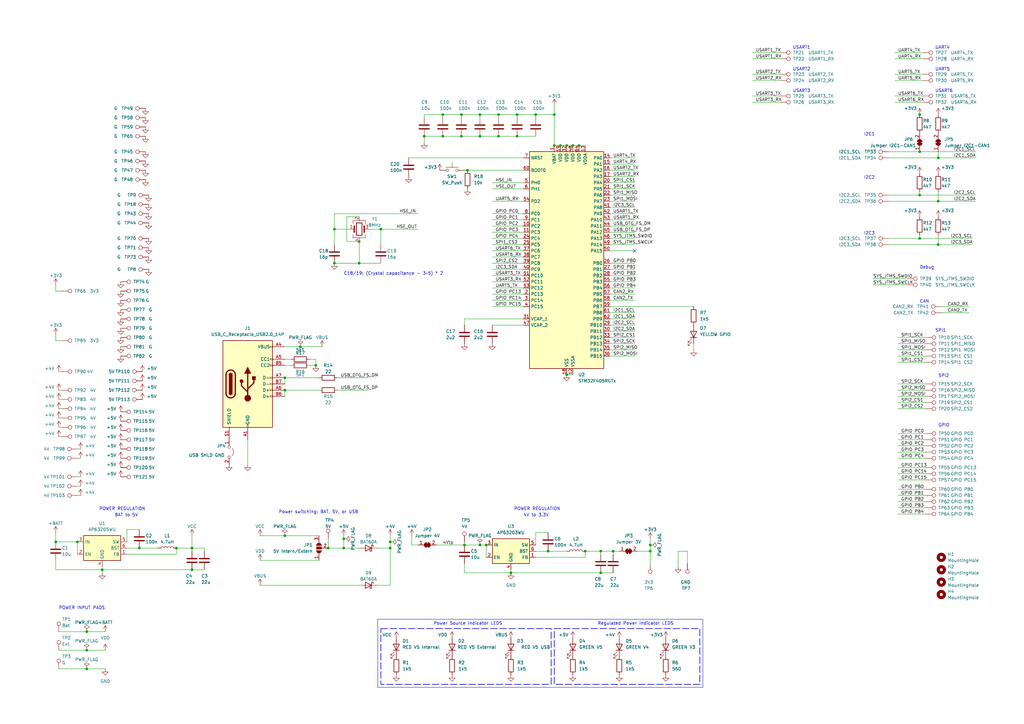
<source format=kicad_sch>
(kicad_sch (version 20230121) (generator eeschema)
  (paper "A3")
  (junction (at 384.81 64.77))
  (junction (at 140.97 224.79))
  (junction (at 199.39 223.52))
  (junction (at 35.56 259.08))
  (junction (at 72.39 224.79))
  (junction (at 196.85 55.88))
  (junction (at 227.33 59.69))
  (junction (at 227.33 46.99))
  (junction (at 229.87 59.69))
  (junction (at 384.81 82.55))
  (junction (at 384.81 100.33))
  (junction (at 240.03 226.06))
  (junction (at 78.74 224.79))
  (junction (at 377.19 62.23))
  (junction (at 246.38 226.06))
  (junction (at 181.61 46.99))
  (junction (at 219.71 46.99))
  (junction (at 189.23 55.88))
  (junction (at 377.19 97.79))
  (junction (at 173.99 55.88))
  (junction (at 137.16 107.95))
  (junction (at 190.5 223.52))
  (junction (at 160.02 224.79))
  (junction (at 160.02 222.25))
  (junction (at 251.46 226.06))
  (junction (at 116.84 219.71))
  (junction (at 204.47 55.88))
  (junction (at 35.56 274.32))
  (junction (at 266.7 226.06))
  (junction (at 134.62 224.79))
  (junction (at 41.91 233.68))
  (junction (at 266.7 223.52))
  (junction (at 123.19 142.24))
  (junction (at 189.23 46.99))
  (junction (at 246.38 234.95))
  (junction (at 78.74 233.68))
  (junction (at 234.95 59.69))
  (junction (at 232.41 59.69))
  (junction (at 224.79 226.06))
  (junction (at 116.84 154.94))
  (junction (at 22.86 222.25))
  (junction (at 156.21 93.98))
  (junction (at 116.84 160.02))
  (junction (at 181.61 55.88))
  (junction (at 137.16 93.98))
  (junction (at 57.15 224.79))
  (junction (at 212.09 55.88))
  (junction (at 147.32 107.95))
  (junction (at 129.54 149.86))
  (junction (at 209.55 234.95))
  (junction (at 237.49 59.69))
  (junction (at 196.85 46.99))
  (junction (at 377.19 80.01))
  (junction (at 31.75 222.25))
  (junction (at 140.97 220.98))
  (junction (at 35.56 266.7))
  (junction (at 232.41 153.67))
  (junction (at 196.85 223.52))
  (junction (at 204.47 46.99))
  (junction (at 147.32 99.06))
  (junction (at 191.77 69.85))
  (junction (at 212.09 46.99))
  (junction (at 377.19 46.99))
  (no_connect (at 260.35 102.87))
  (wire (pts (xy 22.86 233.68) (xy 41.91 233.68)))
  (wire (pts (xy 368.3 160.02) (xy 379.73 160.02)))
  (wire (pts (xy 129.54 147.32) (xy 129.54 149.86)))
  (wire (pts (xy 251.46 226.06) (xy 251.46 227.33)))
  (wire (pts (xy 160.02 224.79) (xy 160.02 240.03)))
  (wire (pts (xy 33.02 195.58) (xy 31.75 195.58)))
  (polyline (pts (xy 288.29 254) (xy 154.94 254)))
  (wire (pts (xy 234.95 59.69) (xy 232.41 59.69)))
  (wire (pts (xy 212.09 46.99) (xy 219.71 46.99)))
  (wire (pts (xy 204.47 55.88) (xy 212.09 55.88)))
  (wire (pts (xy 35.56 259.08) (xy 43.18 259.08)))
  (wire (pts (xy 140.97 224.79) (xy 147.32 224.79)))
  (wire (pts (xy 137.16 93.98) (xy 137.16 100.33)))
  (wire (pts (xy 250.19 133.35) (xy 260.35 133.35)))
  (wire (pts (xy 358.14 114.3) (xy 372.11 114.3)))
  (wire (pts (xy 24.13 171.45) (xy 25.4 171.45)))
  (wire (pts (xy 250.19 102.87) (xy 260.35 102.87)))
  (wire (pts (xy 308.61 39.37) (xy 320.04 39.37)))
  (wire (pts (xy 52.07 222.25) (xy 52.07 217.17)))
  (wire (pts (xy 250.19 90.17) (xy 260.35 90.17)))
  (wire (pts (xy 201.93 105.41) (xy 214.63 105.41)))
  (wire (pts (xy 156.21 93.98) (xy 156.21 100.33)))
  (wire (pts (xy 52.07 227.33) (xy 72.39 227.33)))
  (wire (pts (xy 24.13 259.08) (xy 35.56 259.08)))
  (wire (pts (xy 78.74 219.71) (xy 78.74 224.79)))
  (wire (pts (xy 237.49 59.69) (xy 240.03 59.69)))
  (wire (pts (xy 250.19 72.39) (xy 260.35 72.39)))
  (wire (pts (xy 368.3 200.66) (xy 379.73 200.66)))
  (wire (pts (xy 137.16 107.95) (xy 147.32 107.95)))
  (wire (pts (xy 33.02 187.96) (xy 31.75 187.96)))
  (wire (pts (xy 190.5 231.14) (xy 190.5 234.95)))
  (wire (pts (xy 35.56 266.7) (xy 43.18 266.7)))
  (wire (pts (xy 201.93 107.95) (xy 214.63 107.95)))
  (wire (pts (xy 156.21 93.98) (xy 151.13 93.98)))
  (wire (pts (xy 190.5 222.25) (xy 190.5 223.52)))
  (wire (pts (xy 167.64 64.77) (xy 214.63 64.77)))
  (wire (pts (xy 116.84 219.71) (xy 130.81 219.71)))
  (wire (pts (xy 24.13 179.07) (xy 25.4 179.07)))
  (wire (pts (xy 240.03 226.06) (xy 246.38 226.06)))
  (wire (pts (xy 308.61 21.59) (xy 320.04 21.59)))
  (wire (pts (xy 250.19 128.27) (xy 260.35 128.27)))
  (wire (pts (xy 189.23 55.88) (xy 196.85 55.88)))
  (polyline (pts (xy 154.94 254) (xy 154.94 281.94)))
  (wire (pts (xy 368.3 194.31) (xy 379.73 194.31)))
  (wire (pts (xy 201.93 100.33) (xy 214.63 100.33)))
  (wire (pts (xy 250.19 92.71) (xy 260.35 92.71)))
  (wire (pts (xy 250.19 135.89) (xy 260.35 135.89)))
  (wire (pts (xy 368.3 205.74) (xy 379.73 205.74)))
  (wire (pts (xy 364.49 64.77) (xy 384.81 64.77)))
  (wire (pts (xy 25.4 139.7) (xy 22.86 139.7)))
  (wire (pts (xy 364.49 100.33) (xy 384.81 100.33)))
  (wire (pts (xy 377.19 46.99) (xy 377.19 48.26)))
  (wire (pts (xy 232.41 153.67) (xy 234.95 153.67)))
  (wire (pts (xy 250.19 138.43) (xy 260.35 138.43)))
  (wire (pts (xy 201.93 82.55) (xy 214.63 82.55)))
  (wire (pts (xy 224.79 226.06) (xy 232.41 226.06)))
  (wire (pts (xy 368.3 187.96) (xy 379.73 187.96)))
  (wire (pts (xy 364.49 62.23) (xy 377.19 62.23)))
  (wire (pts (xy 204.47 46.99) (xy 204.47 48.26)))
  (wire (pts (xy 278.13 232.41) (xy 278.13 226.06)))
  (wire (pts (xy 22.86 116.84) (xy 22.86 119.38)))
  (wire (pts (xy 368.3 167.64) (xy 379.73 167.64)))
  (wire (pts (xy 201.93 125.73) (xy 214.63 125.73)))
  (wire (pts (xy 250.19 123.19) (xy 260.35 123.19)))
  (wire (pts (xy 377.19 96.52) (xy 377.19 97.79)))
  (wire (pts (xy 147.32 107.95) (xy 156.21 107.95)))
  (wire (pts (xy 250.19 95.25) (xy 260.35 95.25)))
  (wire (pts (xy 368.3 180.34) (xy 379.73 180.34)))
  (wire (pts (xy 384.81 82.55) (xy 400.05 82.55)))
  (wire (pts (xy 250.19 120.65) (xy 260.35 120.65)))
  (wire (pts (xy 173.99 48.26) (xy 173.99 46.99)))
  (wire (pts (xy 33.02 203.2) (xy 31.75 203.2)))
  (wire (pts (xy 240.03 228.6) (xy 240.03 226.06)))
  (wire (pts (xy 201.93 90.17) (xy 214.63 90.17)))
  (wire (pts (xy 181.61 46.99) (xy 189.23 46.99)))
  (wire (pts (xy 367.03 41.91) (xy 378.46 41.91)))
  (wire (pts (xy 189.23 46.99) (xy 189.23 48.26)))
  (wire (pts (xy 386.08 125.73) (xy 397.51 125.73)))
  (wire (pts (xy 281.94 226.06) (xy 281.94 231.14)))
  (wire (pts (xy 201.93 97.79) (xy 214.63 97.79)))
  (wire (pts (xy 106.68 229.87) (xy 130.81 229.87)))
  (wire (pts (xy 52.07 217.17) (xy 57.15 217.17)))
  (wire (pts (xy 219.71 228.6) (xy 240.03 228.6)))
  (wire (pts (xy 33.02 184.15) (xy 31.75 184.15)))
  (wire (pts (xy 173.99 55.88) (xy 181.61 55.88)))
  (wire (pts (xy 25.4 119.38) (xy 22.86 119.38)))
  (wire (pts (xy 377.19 78.74) (xy 377.19 80.01)))
  (wire (pts (xy 219.71 218.44) (xy 219.71 223.52)))
  (wire (pts (xy 308.61 24.13) (xy 320.04 24.13)))
  (wire (pts (xy 368.3 185.42) (xy 379.73 185.42)))
  (wire (pts (xy 156.21 93.98) (xy 171.45 93.98)))
  (wire (pts (xy 377.19 62.23) (xy 400.05 62.23)))
  (wire (pts (xy 201.93 110.49) (xy 214.63 110.49)))
  (wire (pts (xy 123.19 142.24) (xy 132.08 142.24)))
  (wire (pts (xy 24.13 160.02) (xy 25.4 160.02)))
  (wire (pts (xy 246.38 226.06) (xy 251.46 226.06)))
  (wire (pts (xy 227.33 43.18) (xy 227.33 46.99)))
  (wire (pts (xy 190.5 234.95) (xy 209.55 234.95)))
  (wire (pts (xy 209.55 234.95) (xy 246.38 234.95)))
  (wire (pts (xy 116.84 154.94) (xy 130.81 154.94)))
  (wire (pts (xy 201.93 74.93) (xy 214.63 74.93)))
  (wire (pts (xy 250.19 69.85) (xy 260.35 69.85)))
  (wire (pts (xy 181.61 46.99) (xy 181.61 48.26)))
  (wire (pts (xy 160.02 219.71) (xy 160.02 222.25)))
  (polyline (pts (xy 154.94 281.94) (xy 288.29 281.94)))
  (wire (pts (xy 250.19 146.05) (xy 260.35 146.05)))
  (wire (pts (xy 368.3 196.85) (xy 379.73 196.85)))
  (wire (pts (xy 368.3 191.77) (xy 379.73 191.77)))
  (wire (pts (xy 179.07 223.52) (xy 190.5 223.52)))
  (wire (pts (xy 134.62 220.98) (xy 134.62 224.79)))
  (wire (pts (xy 250.19 100.33) (xy 260.35 100.33)))
  (wire (pts (xy 171.45 223.52) (xy 168.91 223.52)))
  (wire (pts (xy 106.68 219.71) (xy 116.84 219.71)))
  (wire (pts (xy 261.62 226.06) (xy 266.7 226.06)))
  (wire (pts (xy 368.3 140.97) (xy 379.73 140.97)))
  (wire (pts (xy 201.93 133.35) (xy 214.63 133.35)))
  (wire (pts (xy 250.19 97.79) (xy 260.35 97.79)))
  (wire (pts (xy 22.86 229.87) (xy 22.86 233.68)))
  (wire (pts (xy 368.3 177.8) (xy 379.73 177.8)))
  (wire (pts (xy 368.3 148.59) (xy 379.73 148.59)))
  (wire (pts (xy 250.19 115.57) (xy 260.35 115.57)))
  (wire (pts (xy 119.38 147.32) (xy 116.84 147.32)))
  (wire (pts (xy 168.91 223.52) (xy 168.91 219.71)))
  (wire (pts (xy 137.16 87.63) (xy 171.45 87.63)))
  (wire (pts (xy 229.87 59.69) (xy 232.41 59.69)))
  (polyline (pts (xy 288.29 281.94) (xy 288.29 254)))
  (wire (pts (xy 367.03 39.37) (xy 378.46 39.37)))
  (wire (pts (xy 278.13 226.06) (xy 281.94 226.06)))
  (wire (pts (xy 116.84 149.86) (xy 119.38 149.86)))
  (wire (pts (xy 138.43 160.02) (xy 151.13 160.02)))
  (wire (pts (xy 24.13 175.26) (xy 25.4 175.26)))
  (wire (pts (xy 41.91 233.68) (xy 41.91 234.95)))
  (wire (pts (xy 250.19 85.09) (xy 260.35 85.09)))
  (wire (pts (xy 127 149.86) (xy 129.54 149.86)))
  (wire (pts (xy 22.86 137.16) (xy 22.86 139.7)))
  (wire (pts (xy 209.55 234.95) (xy 209.55 233.68)))
  (wire (pts (xy 384.81 62.23) (xy 384.81 64.77)))
  (wire (pts (xy 101.6 190.5) (xy 101.6 180.34)))
  (wire (pts (xy 237.49 59.69) (xy 234.95 59.69)))
  (wire (pts (xy 377.19 97.79) (xy 364.49 97.79)))
  (wire (pts (xy 147.32 99.06) (xy 147.32 107.95)))
  (wire (pts (xy 250.19 110.49) (xy 260.35 110.49)))
  (wire (pts (xy 250.19 82.55) (xy 260.35 82.55)))
  (wire (pts (xy 212.09 55.88) (xy 219.71 55.88)))
  (wire (pts (xy 24.13 274.32) (xy 35.56 274.32)))
  (wire (pts (xy 35.56 274.32) (xy 43.18 274.32)))
  (wire (pts (xy 134.62 224.79) (xy 140.97 224.79)))
  (wire (pts (xy 160.02 222.25) (xy 160.02 224.79)))
  (wire (pts (xy 250.19 80.01) (xy 260.35 80.01)))
  (wire (pts (xy 368.3 210.82) (xy 379.73 210.82)))
  (wire (pts (xy 154.94 224.79) (xy 160.02 224.79)))
  (wire (pts (xy 78.74 224.79) (xy 83.82 224.79)))
  (wire (pts (xy 227.33 46.99) (xy 227.33 59.69)))
  (wire (pts (xy 250.19 74.93) (xy 260.35 74.93)))
  (wire (pts (xy 127 147.32) (xy 129.54 147.32)))
  (wire (pts (xy 368.3 157.48) (xy 379.73 157.48)))
  (wire (pts (xy 368.3 143.51) (xy 379.73 143.51)))
  (wire (pts (xy 219.71 226.06) (xy 224.79 226.06)))
  (wire (pts (xy 41.91 233.68) (xy 41.91 232.41)))
  (wire (pts (xy 364.49 82.55) (xy 384.81 82.55)))
  (wire (pts (xy 266.7 223.52) (xy 266.7 226.06)))
  (wire (pts (xy 116.84 142.24) (xy 123.19 142.24)))
  (wire (pts (xy 190.5 223.52) (xy 196.85 223.52)))
  (wire (pts (xy 138.43 154.94) (xy 151.13 154.94)))
  (wire (pts (xy 201.93 118.11) (xy 214.63 118.11)))
  (wire (pts (xy 140.97 220.98) (xy 140.97 224.79)))
  (wire (pts (xy 368.3 208.28) (xy 379.73 208.28)))
  (wire (pts (xy 196.85 46.99) (xy 204.47 46.99)))
  (wire (pts (xy 142.24 88.9) (xy 142.24 99.06)))
  (wire (pts (xy 24.13 152.4) (xy 25.4 152.4)))
  (wire (pts (xy 196.85 55.88) (xy 204.47 55.88)))
  (wire (pts (xy 227.33 59.69) (xy 229.87 59.69)))
  (wire (pts (xy 201.93 95.25) (xy 214.63 95.25)))
  (wire (pts (xy 190.5 69.85) (xy 191.77 69.85)))
  (wire (pts (xy 147.32 99.06) (xy 142.24 99.06)))
  (wire (pts (xy 250.19 64.77) (xy 260.35 64.77)))
  (wire (pts (xy 196.85 223.52) (xy 199.39 223.52)))
  (wire (pts (xy 137.16 87.63) (xy 137.16 93.98)))
  (wire (pts (xy 72.39 227.33) (xy 72.39 224.79)))
  (wire (pts (xy 384.81 64.77) (xy 400.05 64.77)))
  (wire (pts (xy 106.68 240.03) (xy 147.32 240.03)))
  (wire (pts (xy 368.3 138.43) (xy 379.73 138.43)))
  (wire (pts (xy 250.19 118.11) (xy 260.35 118.11)))
  (wire (pts (xy 173.99 46.99) (xy 181.61 46.99)))
  (wire (pts (xy 266.7 220.98) (xy 266.7 223.52)))
  (wire (pts (xy 368.3 203.2) (xy 379.73 203.2)))
  (wire (pts (xy 33.02 199.39) (xy 31.75 199.39)))
  (wire (pts (xy 24.13 266.7) (xy 35.56 266.7)))
  (wire (pts (xy 246.38 234.95) (xy 251.46 234.95)))
  (wire (pts (xy 201.93 87.63) (xy 214.63 87.63)))
  (wire (pts (xy 384.81 100.33) (xy 398.78 100.33)))
  (wire (pts (xy 199.39 223.52) (xy 199.39 228.6)))
  (wire (pts (xy 367.03 30.48) (xy 378.46 30.48)))
  (wire (pts (xy 173.99 58.42) (xy 173.99 55.88)))
  (wire (pts (xy 52.07 224.79) (xy 57.15 224.79)))
  (wire (pts (xy 24.13 163.83) (xy 25.4 163.83)))
  (wire (pts (xy 246.38 226.06) (xy 246.38 227.33)))
  (wire (pts (xy 250.19 107.95) (xy 260.35 107.95)))
  (wire (pts (xy 219.71 218.44) (xy 224.79 218.44)))
  (wire (pts (xy 358.14 116.84) (xy 372.11 116.84)))
  (wire (pts (xy 367.03 33.02) (xy 378.46 33.02)))
  (wire (pts (xy 72.39 224.79) (xy 78.74 224.79)))
  (wire (pts (xy 250.19 130.81) (xy 260.35 130.81)))
  (wire (pts (xy 384.81 96.52) (xy 384.81 100.33)))
  (wire (pts (xy 201.93 102.87) (xy 214.63 102.87)))
  (wire (pts (xy 368.3 162.56) (xy 379.73 162.56)))
  (wire (pts (xy 24.13 167.64) (xy 25.4 167.64)))
  (wire (pts (xy 116.84 154.94) (xy 116.84 157.48)))
  (wire (pts (xy 140.97 219.71) (xy 140.97 220.98)))
  (wire (pts (xy 189.23 46.99) (xy 196.85 46.99)))
  (wire (pts (xy 181.61 55.88) (xy 189.23 55.88)))
  (wire (pts (xy 386.08 128.27) (xy 397.51 128.27)))
  (wire (pts (xy 219.71 46.99) (xy 227.33 46.99)))
  (wire (pts (xy 377.19 80.01) (xy 400.05 80.01)))
  (wire (pts (xy 201.93 113.03) (xy 214.63 113.03)))
  (wire (pts (xy 154.94 240.03) (xy 160.02 240.03)))
  (wire (pts (xy 31.75 222.25) (xy 31.75 227.33)))
  (wire (pts (xy 250.19 140.97) (xy 260.35 140.97)))
  (wire (pts (xy 377.19 80.01) (xy 364.49 80.01)))
  (wire (pts (xy 368.3 165.1) (xy 379.73 165.1)))
  (wire (pts (xy 250.19 77.47) (xy 260.35 77.47)))
  (wire (pts (xy 57.15 224.79) (xy 64.77 224.79)))
  (wire (pts (xy 78.74 233.68) (xy 83.82 233.68)))
  (wire (pts (xy 147.32 88.9) (xy 142.24 88.9)))
  (wire (pts (xy 196.85 46.99) (xy 196.85 48.26)))
  (wire (pts (xy 250.19 125.73) (xy 284.48 125.73)))
  (wire (pts (xy 308.61 30.48) (xy 320.04 30.48)))
  (wire (pts (xy 377.19 97.79) (xy 398.78 97.79)))
  (wire (pts (xy 201.93 123.19) (xy 214.63 123.19)))
  (wire (pts (xy 22.86 222.25) (xy 31.75 222.25)))
  (wire (pts (xy 308.61 41.91) (xy 320.04 41.91)))
  (wire (pts (xy 78.74 224.79) (xy 78.74 226.06)))
  (wire (pts (xy 250.19 113.03) (xy 260.35 113.03)))
  (wire (pts (xy 22.86 218.44) (xy 22.86 222.25)))
  (wire (pts (xy 308.61 33.02) (xy 320.04 33.02)))
  (wire (pts (xy 250.19 67.31) (xy 260.35 67.31)))
  (wire (pts (xy 266.7 231.14) (xy 266.7 226.06)))
  (wire (pts (xy 201.93 120.65) (xy 214.63 120.65)))
  (wire (pts (xy 254 226.06) (xy 251.46 226.06)))
  (wire (pts (xy 384.81 78.74) (xy 384.81 82.55)))
  (wire (pts (xy 284.48 140.97) (xy 284.48 143.51)))
  (wire (pts (xy 190.5 133.35) (xy 190.5 130.81)))
  (wire (pts (xy 201.93 77.47) (xy 214.63 77.47)))
  (wire (pts (xy 367.03 24.13) (xy 378.46 24.13)))
  (wire (pts (xy 116.84 160.02) (xy 130.81 160.02)))
  (wire (pts (xy 190.5 130.81) (xy 214.63 130.81)))
  (wire (pts (xy 201.93 115.57) (xy 214.63 115.57)))
  (wire (pts (xy 250.19 87.63) (xy 260.35 87.63)))
  (wire (pts (xy 116.84 160.02) (xy 116.84 162.56)))
  (wire (pts (xy 209.55 234.95) (xy 209.55 236.22)))
  (wire (pts (xy 250.19 143.51) (xy 260.35 143.51)))
  (wire (pts (xy 204.47 46.99) (xy 212.09 46.99)))
  (wire (pts (xy 367.03 21.59) (xy 378.46 21.59)))
  (wire (pts (xy 368.3 146.05) (xy 379.73 146.05)))
  (wire (pts (xy 191.77 69.85) (xy 214.63 69.85)))
  (wire (pts (xy 41.91 233.68) (xy 78.74 233.68)))
  (wire (pts (xy 219.71 48.26) (xy 219.71 46.99)))
  (wire (pts (xy 83.82 224.79) (xy 83.82 226.06)))
  (wire (pts (xy 201.93 92.71) (xy 214.63 92.71)))
  (wire (pts (xy 137.16 93.98) (xy 143.51 93.98)))
  (wire (pts (xy 368.3 182.88) (xy 379.73 182.88)))
  (wire (pts (xy 212.09 46.99) (xy 212.09 48.26)))
  (rectangle (start 227.33 257.81) (end 287.02 280.67) (stroke (width 0.25) (type dash)))
  (rectangle (start 156.21 257.81) (end 226.06 280.67) (stroke (width 0.25) (type dash)))
  (text "UART4" (at 383.54 20.32 0) (effects (font (size 1.27 1.27)) (justify left bottom)))
  (text "GPIO" (at 384.81 175.26 0) (effects (font (size 1.27 1.27)) (justify left bottom)))
  (text "4V to 3.3V" (at 214.63 212.09 0) (effects (font (size 1.27 1.27)) (justify left bottom)))
  (text "Debug\n" (at 377.19 110.49 0) (effects (font (size 1.27 1.27)) (justify left bottom)))
  (text "Power switching: BAT, 5V, or USB" (at 114.3 210.82 0) (effects (font (size 1.27 1.27)) (justify left bottom)))
  (text "Power Source Indicator LEDS" (at 177.8 256.54 0) (effects (font (size 1.27 1.27)) (justify left bottom)))
  (text "CAN" (at 377.19 124.46 0) (effects (font (size 1.27 1.27)) (justify left bottom)))
  (text "POWER REGULATION" (at 40.64 209.55 0) (effects (font (size 1.27 1.27)) (justify left bottom)))
  (text "I2C1\n" (at 354.33 55.88 0) (effects (font (size 1.27 1.27)) (justify left bottom)))
  (text "BAT to 5V" (at 46.99 212.09 0) (effects (font (size 1.27 1.27)) (justify left bottom)))
  (text "UART5" (at 383.54 29.21 0) (effects (font (size 1.27 1.27)) (justify left bottom)))
  (text "I2C3\n" (at 354.33 96.52 0) (effects (font (size 1.27 1.27)) (justify left bottom)))
  (text "POWER REGULATION" (at 210.82 209.55 0) (effects (font (size 1.27 1.27)) (justify left bottom)))
  (text "USART2\n" (at 325.12 29.21 0) (effects (font (size 1.27 1.27)) (justify left bottom)))
  (text "SPI2\n" (at 384.81 154.94 0) (effects (font (size 1.27 1.27)) (justify left bottom)))
  (text "SPI1\n\n" (at 383.54 138.43 0) (effects (font (size 1.27 1.27)) (justify left bottom)))
  (text "USART3" (at 325.12 38.1 0) (effects (font (size 1.27 1.27)) (justify left bottom)))
  (text "POWER INPUT PADS" (at 24.13 250.19 0) (effects (font (size 1.27 1.27)) (justify left bottom)))
  (text "I2C2\n" (at 354.33 73.66 0) (effects (font (size 1.27 1.27)) (justify left bottom)))
  (text "USART6" (at 383.54 38.1 0) (effects (font (size 1.27 1.27)) (justify left bottom)))
  (text "C18/19: (Crystal capacitance - 3~5) * 2" (at 140.97 113.03 0) (effects (font (size 1.27 1.27)) (justify left bottom)))
  (text "USART1" (at 325.12 20.32 0) (effects (font (size 1.27 1.27)) (justify left bottom)))
  (text "Regulated Power Indicator LEDS" (at 245.11 256.54 0) (effects (font (size 1.27 1.27)) (justify left bottom)))
  (label "I2C2_SDA" (at 251.46 135.89 0))
  (label "USART3_TX" (at 203.2 113.03 0))
  (label "USART2_RX" (at 309.88 33.02 0))
  (label "USB_OTG_FS_DM" (at 251.46 92.71 0))
  (label "SPI2_SCK" (at 251.46 140.97 0))
  (label "SPI1_CS1" (at 251.46 74.93 0))
  (label "GPIO PC14" (at 203.2 123.19 0))
  (label "GPIO PB2" (at 251.46 113.03 0))
  (label "UART4_TX" (at 251.46 64.77 0))
  (label "UART5_TX" (at 203.2 118.11 0))
  (label "SPI1_MISO" (at 369.57 140.97 0))
  (label "SPI1_SCK" (at 369.57 138.43 0))
  (label "USB_OTG_FS_DP" (at 251.46 95.25 0))
  (label "GPIO PB2" (at 369.57 205.74 0))
  (label "HSE_IN" (at 163.83 87.63 0))
  (label "SPI1_MOSI" (at 369.57 143.51 0))
  (label "GPIO PC13" (at 203.2 120.65 0))
  (label "GPIO PC13" (at 369.57 191.77 0))
  (label "USART6_TX" (at 368.3 39.37 0))
  (label "USART6_RX" (at 203.2 105.41 0))
  (label "HSE_OUT" (at 162.56 93.98 0))
  (label "USART6_TX" (at 203.2 102.87 0))
  (label "USART1_RX" (at 309.88 24.13 0))
  (label "I2C1_SCL" (at 251.46 128.27 0))
  (label "GPIO PC4" (at 369.57 187.96 0))
  (label "I2C3_SDA" (at 389.89 100.33 0))
  (label "USART3_TX" (at 309.88 39.37 0))
  (label "CAN2_RX" (at 251.46 120.65 0))
  (label "GPIO PC3" (at 369.57 185.42 0))
  (label "USART1_RX" (at 251.46 90.17 0))
  (label "SPI1_CS2" (at 369.57 148.59 0))
  (label "SYS_JTMS_SWDIO" (at 251.46 97.79 0))
  (label "UART4_RX" (at 368.3 24.13 0))
  (label "I2C3_SDA" (at 203.2 110.49 0))
  (label "SPI1_CS1" (at 369.57 146.05 0))
  (label "I2C2_SDA" (at 391.16 82.55 0))
  (label "GPIO PB0" (at 369.57 200.66 0))
  (label "USB_OTG_FS_DM" (at 139.7 154.94 0))
  (label "I2C1_SCL" (at 391.16 62.23 0))
  (label "UART5_RX" (at 368.3 33.02 0))
  (label "I2C2_SCL" (at 251.46 133.35 0))
  (label "GPIO PB0" (at 251.46 107.95 0))
  (label "SPI2_SCK" (at 369.57 157.48 0))
  (label "SPI2_CS1" (at 251.46 138.43 0))
  (label "GPIO PB4" (at 251.46 118.11 0))
  (label "SPI1_SCK" (at 251.46 77.47 0))
  (label "SPI2_MOSI" (at 251.46 146.05 0))
  (label "GPIO PC2" (at 203.2 92.71 0))
  (label "CAN2_RX" (at 388.62 125.73 0))
  (label "I2C1_SDA" (at 251.46 130.81 0))
  (label "USART3_RX" (at 203.2 115.57 0))
  (label "GPIO PC1" (at 203.2 90.17 0))
  (label "SPI2_CS2" (at 369.57 167.64 0))
  (label "SYS_JTMS_SWDIO" (at 358.14 114.3 0))
  (label "SPI1_CS2" (at 203.2 100.33 0))
  (label "GPIO PC15" (at 369.57 196.85 0))
  (label "HSE_OUT" (at 203.2 77.47 0))
  (label "SYS_JTMS_SWCLK" (at 251.46 100.33 0))
  (label "SPI2_MISO" (at 251.46 143.51 0))
  (label "I2C1_SDA" (at 391.16 64.77 0))
  (label "UART5_TX" (at 368.3 30.48 0))
  (label "CAN2_TX" (at 251.46 123.19 0))
  (label "CAN2_TX" (at 388.62 128.27 0))
  (label "UART4_RX" (at 251.46 67.31 0))
  (label "GPIO PC0" (at 203.2 87.63 0))
  (label "USART2_TX" (at 251.46 69.85 0))
  (label "GPIO PB4" (at 369.57 210.82 0))
  (label "GPIO PC3" (at 203.2 95.25 0))
  (label "USART3_RX" (at 309.88 41.91 0))
  (label "SPI2_MOSI" (at 369.57 162.56 0))
  (label "GPIO PC4" (at 203.2 97.79 0))
  (label "GPIO PB1" (at 369.57 203.2 0))
  (label "USART6_RX" (at 368.3 41.91 0))
  (label "GPIO PB3" (at 369.57 208.28 0))
  (label "GPIO PC1" (at 369.57 180.34 0))
  (label "SPI2_MISO" (at 369.57 160.02 0))
  (label "USART2_RX" (at 251.46 72.39 0))
  (label "UART5_RX" (at 203.2 82.55 0))
  (label "UART4_TX" (at 368.3 21.59 0))
  (label "USART2_TX" (at 309.88 30.48 0))
  (label "USART1_TX" (at 309.88 21.59 0))
  (label "I2C2_SCL" (at 391.16 80.01 0))
  (label "GPIO PB1" (at 251.46 110.49 0))
  (label "GPIO PC14" (at 369.57 194.31 0))
  (label "SPI1_MISO" (at 251.46 80.01 0))
  (label "HSE_IN" (at 203.2 74.93 0))
  (label "USB_OTG_FS_DP" (at 139.7 160.02 0))
  (label "SPI1_MOSI" (at 251.46 82.55 0))
  (label "USART1_TX" (at 251.46 87.63 0))
  (label "I2C3_SCL" (at 251.46 85.09 0))
  (label "GPIO PB3" (at 251.46 115.57 0))
  (label "SPI2_CS1" (at 369.57 165.1 0))
  (label "SPI2_CS2" (at 203.2 107.95 0))
  (label "4Vtp" (at 181.61 223.52 0))
  (label "GPIO PC2" (at 369.57 182.88 0))
  (label "GPIO PC0" (at 369.57 177.8 0))
  (label "GPIO PC15" (at 203.2 125.73 0))
  (label "I2C3_SCL" (at 389.89 97.79 0))
  (label "SYS_JTMS_SWCLK" (at 358.14 116.84 0))
  (symbol (lib_id "Jumper:Jumper_2_Open") (at 93.98 185.42 270) (unit 1)
    (property "Reference" "JP4" (at 88.9 182.88 90) (effects (justify left)))
    (property "Value" "USB SHLD GND" (at 77.47 186.69 90) (effects (justify left)))
    (property "Footprint" "Jumper:SolderJumper-2_P1.3mm_Open_Pad1.0x1.5mm" (effects hide))
    (property "Note" "DNP" (effects hide))
  )
  (symbol (lib_id "Device:L") (at 236.22 226.06 90) (unit 1)
    (property "Reference" "L2" (at 236.22 220.98 90))
    (property "Value" "4.7uH" (at 236.22 223.52 90))
    (property "Footprint" "Inductor_SMD:L_0603_1608Metric" (effects hide))
    (property "Manufactorer" "Shenzen" (effects hide))
    (property "Part Number" "SDFL1608Q4R7KTF" (effects hide))
  )
  (symbol (lib_id "power:+5V") (at 58.42 163.83 0) (mirror y) (unit 1)
    (property "Reference" "#PWR067" (effects hide))
    (property "Value" "+5V" (at 62.23 162.56 0))
  )
  (symbol (lib_id "Connector:TestPoint") (at 49.53 134.62 270) (unit 1)
    (property "Reference" "TP79" (at 54.61 134.62 90) (effects (justify left)))
    (property "Value" "G" (at 60.96 134.62 90) (effects (justify left)))
    (property "Footprint" "ProjectLibrary:TestPoint_Pad_1.0x1.5mm" (effects hide))
    (property "Note" "DNP" (effects hide))
  )
  (symbol (lib_name "GND_1") (lib_id "power:GND") (at 191.77 77.47 0) (unit 1)
    (property "Reference" "#PWR037" (effects hide))
    (property "Value" "GND" (effects hide))
  )
  (symbol (lib_name "GND_1") (lib_id "power:GND") (at 59.69 62.23 0) (unit 1)
    (property "Reference" "#PWR090" (effects hide))
    (property "Value" "GND" (effects hide))
  )
  (symbol (lib_id "power:PWR_FLAG") (at 123.19 142.24 0) (unit 1)
    (property "Reference" "#FLG05" (effects hide))
    (property "Value" "PWR_FLAG" (at 123.19 138.43 0))
  )
  (symbol (lib_id "power:+5V") (at 140.97 219.71 0) (unit 1)
    (property "Reference" "#PWR010" (effects hide))
    (property "Value" "+5V" (at 140.97 215.9 0))
  )
  (symbol (lib_id "Device:R") (at 377.19 74.93 0) (unit 1)
    (property "Reference" "R10" (at 378.46 73.66 0) (effects (justify left)))
    (property "Value" "4k7" (at 378.46 76.2 0) (effects (justify left)))
    (property "Footprint" "Resistor_SMD:R_0402_1005Metric" (effects hide))
    (property "Manufactorer" "YAOGEO" (effects hide))
    (property "Part Number" "RC0402FR-074K7L" (effects hide))
  )
  (symbol (lib_id "Device:R") (at 377.19 50.8 0) (unit 1)
    (property "Reference" "R8" (at 378.46 49.53 0) (effects (justify left)))
    (property "Value" "4k7" (at 378.46 52.07 0) (effects (justify left)))
    (property "Footprint" "Resistor_SMD:R_0402_1005Metric" (effects hide))
    (property "Manufactorer" "YAOGEO" (effects hide))
    (property "Part Number" "RC0402FR-074K7L" (effects hide))
  )
  (symbol (lib_name "GND_1") (lib_id "power:GND") (at 60.96 91.44 0) (unit 1)
    (property "Reference" "#PWR085" (effects hide))
    (property "Value" "GND" (effects hide))
  )
  (symbol (lib_name "GND_1") (lib_id "power:GND") (at 60.96 97.79 0) (unit 1)
    (property "Reference" "#PWR058" (effects hide))
    (property "Value" "GND" (effects hide))
  )
  (symbol (lib_id "power:+4V") (at 24.13 160.02 0) (unit 1)
    (property "Reference" "#PWR042" (effects hide))
    (property "Value" "+4V" (at 20.32 158.75 0))
  )
  (symbol (lib_id "power:VDD") (at 185.42 261.62 0) (unit 1)
    (property "Reference" "#PWR018" (effects hide))
    (property "Value" "VDD" (at 181.61 260.35 0))
  )
  (symbol (lib_id "Device:LED") (at 162.56 265.43 270) (mirror x) (unit 1)
    (property "Reference" "D1" (at 166.37 262.89 90))
    (property "Value" "RED V5 Internal" (at 172.72 265.43 90))
    (property "Footprint" "LED_SMD:LED_0603_1608Metric" (effects hide))
    (property "Color" "Red" (effects hide))
    (property "Manufactorer" "Lite-On" (effects hide))
    (property "Part Number" "LTST-C191KRKT" (effects hide))
  )
  (symbol (lib_id "Connector:TestPoint") (at 378.46 21.59 270) (unit 1)
    (property "Reference" "TP27" (at 383.54 21.59 90) (effects (justify left)))
    (property "Value" "UART4_TX" (at 389.89 21.59 90) (effects (justify left)))
    (property "Footprint" "ProjectLibrary:TestPoint_Pad_1.0x1.5mm" (effects hide))
    (property "Note" "DNP" (effects hide))
  )
  (symbol (lib_id "Connector:TestPoint") (at 364.49 82.55 90) (mirror x) (unit 1)
    (property "Reference" "TP36" (at 359.41 82.55 90) (effects (justify left)))
    (property "Value" "I2C2_SDA" (at 353.06 82.55 90) (effects (justify left)))
    (property "Footprint" "ProjectLibrary:TestPoint_Pad_1.0x1.5mm" (effects hide))
    (property "Note" "DNP" (effects hide))
  )
  (symbol (lib_id "Connector:TestPoint") (at 49.53 195.58 270) (unit 1)
    (property "Reference" "TP121" (at 54.61 195.58 90) (effects (justify left)))
    (property "Value" "5V" (at 60.96 195.58 90) (effects (justify left)))
    (property "Footprint" "ProjectLibrary:TestPoint_Pad_1.0x1.5mm" (effects hide))
    (property "Note" "DNP" (effects hide))
  )
  (symbol (lib_name "GND_1") (lib_id "power:GND") (at 232.41 153.67 0) (unit 1)
    (property "Reference" "#PWR034" (effects hide))
    (property "Value" "GND" (effects hide))
  )
  (symbol (lib_id "Connector:TestPoint") (at 59.69 62.23 90) (mirror x) (unit 1)
    (property "Reference" "TP45" (at 54.61 62.23 90) (effects (justify left)))
    (property "Value" "G" (at 48.26 62.23 90) (effects (justify left)))
    (property "Footprint" "ProjectLibrary:TestPoint_Pad_1.0x1.5mm" (effects hide))
    (property "Note" "DNP" (effects hide))
  )
  (symbol (lib_name "GND_1") (lib_id "power:GND") (at 59.69 48.26 0) (unit 1)
    (property "Reference" "#PWR095" (effects hide))
    (property "Value" "GND" (effects hide))
  )
  (symbol (lib_id "Connector:TestPoint") (at 25.4 160.02 270) (unit 1)
    (property "Reference" "TP92" (at 30.48 160.02 90) (effects (justify left)))
    (property "Value" "4V" (at 36.83 160.02 90) (effects (justify left)))
    (property "Footprint" "ProjectLibrary:TestPoint_Pad_1.0x1.5mm" (effects hide))
    (property "Note" "DNP" (effects hide))
  )
  (symbol (lib_id "power:VCC") (at 162.56 261.62 0) (unit 1)
    (property "Reference" "#PWR016" (effects hide))
    (property "Value" "VCC" (at 158.75 260.35 0))
  )
  (symbol (lib_id "Connector:TestPoint") (at 59.69 48.26 90) (mirror x) (unit 1)
    (property "Reference" "TP58" (at 54.61 48.26 90) (effects (justify left)))
    (property "Value" "G" (at 48.26 48.26 90) (effects (justify left)))
    (property "Footprint" "ProjectLibrary:TestPoint_Pad_1.0x1.5mm" (effects hide))
    (property "Note" "DNP" (effects hide))
  )
  (symbol (lib_name "GND_1") (lib_id "power:GND") (at 59.69 66.04 0) (unit 1)
    (property "Reference" "#PWR091" (effects hide))
    (property "Value" "GND" (effects hide))
  )
  (symbol (lib_name "GND_1") (lib_id "power:GND") (at 273.05 276.86 0) (unit 1)
    (property "Reference" "#PWR027" (effects hide))
    (property "Value" "GND" (effects hide))
  )
  (symbol (lib_name "GND_1") (lib_id "power:GND") (at 59.69 55.88 0) (unit 1)
    (property "Reference" "#PWR097" (effects hide))
    (property "Value" "GND" (effects hide))
  )
  (symbol (lib_id "Connector:TestPoint") (at 59.69 73.66 90) (mirror x) (unit 1)
    (property "Reference" "TP48" (at 54.61 73.66 90) (effects (justify left)))
    (property "Value" "G" (at 48.26 73.66 90) (effects (justify left)))
    (property "Footprint" "ProjectLibrary:TestPoint_Pad_1.0x1.5mm" (effects hide))
    (property "Note" "DNP" (effects hide))
  )
  (symbol (lib_name "GND_1") (lib_id "power:GND") (at 49.53 134.62 0) (unit 1)
    (property "Reference" "#PWR053" (effects hide))
    (property "Value" "GND" (effects hide))
  )
  (symbol (lib_name "GND_1") (lib_id "power:GND") (at 190.5 140.97 0) (unit 1)
    (property "Reference" "#PWR033" (effects hide))
    (property "Value" "GND" (effects hide))
  )
  (symbol (lib_id "Diode:BAT60A") (at 151.13 224.79 0) (mirror y) (unit 1)
    (property "Reference" "D8" (at 151.13 219.71 0))
    (property "Value" "BAT60A" (at 151.13 222.25 0))
    (property "Footprint" "Diode_SMD:D_SOD-323" (effects hide))
    (property "Datasheet" "https://www.infineon.com/dgdl/Infineon-BAT60ASERIES-DS-v01_01-en.pdf?fileId=db3a304313d846880113def70c9304a9" (effects hide))
    (property "Manufactorer" "Infineon" (effects hide))
    (property "Part Number" "BAT60AE6327HTSA1" (effects hide))
    (property "Voltage" "10" (effects hide))
  )
  (symbol (lib_name "GND_1") (lib_id "power:GND") (at 59.69 73.66 0) (unit 1)
    (property "Reference" "#PWR093" (effects hide))
    (property "Value" "GND" (effects hide))
  )
  (symbol (lib_id "Connector:TestPoint") (at 320.04 33.02 270) (unit 1)
    (property "Reference" "TP24" (at 325.12 33.02 90) (effects (justify left)))
    (property "Value" "USART2_RX" (at 331.47 33.02 90) (effects (justify left)))
    (property "Footprint" "ProjectLibrary:TestPoint_Pad_1.0x1.5mm" (effects hide))
    (property "Note" "DNP" (effects hide))
  )
  (symbol (lib_name "GND_1") (lib_id "power:GND") (at 60.96 83.82 0) (unit 1)
    (property "Reference" "#PWR083" (effects hide))
    (property "Value" "GND" (effects hide))
  )
  (symbol (lib_id "Mechanical:MountingHole") (at 386.08 233.68 0) (unit 1)
    (property "Reference" "H2" (at 388.62 232.41 0) (effects (justify left)))
    (property "Value" "MountingHole" (at 388.62 234.95 0) (effects (justify left)))
    (property "Footprint" "MountingHole:MountingHole_4.3mm_M4_DIN965_Pad" (effects hide))
    (property "Note" "DNP" (effects hide))
  )
  (symbol (lib_id "power:+5V") (at 58.42 156.21 0) (mirror y) (unit 1)
    (property "Reference" "#PWR074" (effects hide))
    (property "Value" "+5V" (at 62.23 154.94 0))
  )
  (symbol (lib_id "Device:C") (at 204.47 52.07 0) (unit 1)
    (property "Reference" "C13" (at 203.2 41.91 0) (effects (justify left)))
    (property "Value" "100n" (at 203.2 44.45 0) (effects (justify left)))
    (property "Footprint" "Capacitor_SMD:C_0402_1005Metric" (effects hide))
    (property "Voltage" "16" (effects hide))
    (property "Manufactorer" "YAGEO" (effects hide))
    (property "Part Number" "CC0402KRX7R7BB104" (effects hide))
  )
  (symbol (lib_id "power:VBUS") (at 209.55 261.62 0) (unit 1)
    (property "Reference" "#PWR020" (effects hide))
    (property "Value" "VBUS" (at 205.74 260.35 0))
  )
  (symbol (lib_id "power:VDD") (at 43.18 266.7 0) (unit 1)
    (property "Reference" "#PWR013" (effects hide))
    (property "Value" "VDD" (at 43.18 261.62 0))
  )
  (symbol (lib_name "GND_1") (lib_id "power:GND") (at 49.53 115.57 0) (unit 1)
    (property "Reference" "#PWR073" (effects hide))
    (property "Value" "GND" (effects hide))
  )
  (symbol (lib_id "Connector:TestPoint") (at 379.73 191.77 270) (unit 1)
    (property "Reference" "TP55" (at 384.81 191.77 90) (effects (justify left)))
    (property "Value" "GPIO PC13" (at 389.89 191.77 90) (effects (justify left)))
    (property "Footprint" "ProjectLibrary:TestPoint_Pad_1.0x1.5mm" (effects hide))
    (property "Note" "DNP" (effects hide))
  )
  (symbol (lib_id "power:PWR_FLAG") (at 35.56 266.7 0) (unit 1)
    (property "Reference" "#FLG03" (effects hide))
    (property "Value" "PWR_FLAG" (at 35.56 262.89 0))
  )
  (symbol (lib_id "power:+BATT") (at 22.86 218.44 0) (unit 1)
    (property "Reference" "#PWR01" (effects hide))
    (property "Value" "+BATT" (at 22.86 214.63 0))
  )
  (symbol (lib_id "Connector:TestPoint") (at 379.73 148.59 270) (unit 1)
    (property "Reference" "TP14" (at 384.81 148.59 90) (effects (justify left)))
    (property "Value" "SPI1 CS2" (at 389.89 148.59 90) (effects (justify left)))
    (property "Footprint" "ProjectLibrary:TestPoint_Pad_1.0x1.5mm" (effects hide))
    (property "Note" "DNP" (effects hide))
  )
  (symbol (lib_id "Device:R") (at 123.19 149.86 270) (unit 1)
    (property "Reference" "R16" (at 123.19 152.4 90))
    (property "Value" "5k1" (at 123.19 153.67 90))
    (property "Footprint" "Resistor_SMD:R_0402_1005Metric" (effects hide))
    (property "Manufactorer" "YAOGEO" (effects hide))
    (property "Part Number" "RC0402FR-075K1L" (effects hide))
  )
  (symbol (lib_id "Device:R") (at 273.05 273.05 0) (unit 1)
    (property "Reference" "R6" (at 275.59 271.78 0) (effects (justify left)))
    (property "Value" "560" (at 275.59 274.32 0) (effects (justify left)))
    (property "Footprint" "Resistor_SMD:R_0402_1005Metric" (effects hide))
    (property "Manufactorer" "YAOGEO" (effects hide))
    (property "Part Number" "RC0402FR-07560RL" (effects hide))
  )
  (symbol (lib_id "Device:C") (at 57.15 220.98 0) (unit 1)
    (property "Reference" "C2" (at 59.69 219.71 0) (effects (justify left)))
    (property "Value" "100n" (at 59.69 222.25 0) (effects (justify left)))
    (property "Footprint" "Capacitor_SMD:C_0402_1005Metric" (effects hide))
    (property "Voltage" "16" (effects hide))
    (property "Manufactorer" "YAGEO" (effects hide))
    (property "Part Number" "CC0402KRX7R7BB104" (effects hide))
  )
  (symbol (lib_id "power:+3V3") (at 180.34 69.85 0) (unit 1)
    (property "Reference" "#PWR030" (effects hide))
    (property "Value" "+3V3" (at 176.53 68.58 0))
  )
  (symbol (lib_id "power:+3V3") (at 266.7 220.98 0) (unit 1)
    (property "Reference" "#PWR06" (effects hide))
    (property "Value" "+3V3" (at 266.7 217.17 0))
  )
  (symbol (lib_id "Connector:TestPoint") (at 49.53 123.19 270) (unit 1)
    (property "Reference" "TP76" (at 54.61 123.19 90) (effects (justify left)))
    (property "Value" "G" (at 59.69 123.19 90) (effects (justify left)))
    (property "Footprint" "ProjectLibrary:TestPoint_Pad_1.0x1.5mm" (effects hide))
    (property "Note" "DNP" (effects hide))
  )
  (symbol (lib_id "Device:LED") (at 273.05 265.43 270) (mirror x) (unit 1)
    (property "Reference" "D6" (at 275.59 262.89 90) (effects (justify left)))
    (property "Value" "GREEN V3" (at 275.59 265.43 90) (effects (justify left)))
    (property "Footprint" "LED_SMD:LED_0603_1608Metric" (effects hide))
    (property "Color" "Green" (effects hide))
    (property "Manufactorer" "Lite-On" (effects hide))
    (property "Part Number" "LTST-C190GKT" (effects hide))
  )
  (symbol (lib_id "Connector:TestPoint") (at 379.73 143.51 270) (unit 1)
    (property "Reference" "TP12" (at 384.81 143.51 90) (effects (justify left)))
    (property "Value" "SPI1 MOSI" (at 389.89 143.51 90) (effects (justify left)))
    (property "Footprint" "ProjectLibrary:TestPoint_Pad_1.0x1.5mm" (effects hide))
    (property "Note" "DNP" (effects hide))
  )
  (symbol (lib_id "power:+4V") (at 33.02 187.96 0) (mirror y) (unit 1)
    (property "Reference" "#PWR076" (effects hide))
    (property "Value" "+4V" (at 36.83 186.69 0))
  )
  (symbol (lib_id "Connector:TestPoint") (at 25.4 167.64 270) (unit 1)
    (property "Reference" "TP94" (at 30.48 167.64 90) (effects (justify left)))
    (property "Value" "4V" (at 36.83 167.64 90) (effects (justify left)))
    (property "Footprint" "ProjectLibrary:TestPoint_Pad_1.0x1.5mm" (effects hide))
    (property "Note" "DNP" (effects hide))
  )
  (symbol (lib_id "Connector:TestPoint") (at 379.73 177.8 270) (unit 1)
    (property "Reference" "TP50" (at 384.81 177.8 90) (effects (justify left)))
    (property "Value" "GPIO PC0" (at 389.89 177.8 90) (effects (justify left)))
    (property "Footprint" "ProjectLibrary:TestPoint_Pad_1.0x1.5mm" (effects hide))
    (property "Note" "DNP" (effects hide))
  )
  (symbol (lib_id "Connector:TestPoint") (at 379.73 157.48 270) (unit 1)
    (property "Reference" "TP15" (at 384.81 157.48 90) (effects (justify left)))
    (property "Value" "SPI2_SCK" (at 389.89 157.48 90) (effects (justify left)))
    (property "Footprint" "ProjectLibrary:TestPoint_Pad_1.0x1.5mm" (effects hide))
    (property "Note" "DNP" (effects hide))
  )
  (symbol (lib_id "power:+3V3") (at 22.86 137.16 0) (unit 1)
    (property "Reference" "#PWR031" (effects hide))
    (property "Value" "+3V3" (at 22.86 133.35 0))
  )
  (symbol (lib_id "Connector:TestPoint") (at 320.04 21.59 270) (unit 1)
    (property "Reference" "TP21" (at 325.12 21.59 90) (effects (justify left)))
    (property "Value" "USART1_TX" (at 331.47 21.59 90) (effects (justify left)))
    (property "Footprint" "ProjectLibrary:TestPoint_Pad_1.0x1.5mm" (effects hide))
    (property "Note" "DNP" (effects hide))
  )
  (symbol (lib_id "Connector:TestPoint") (at 364.49 80.01 90) (mirror x) (unit 1)
    (property "Reference" "TP35" (at 359.41 80.01 90) (effects (justify left)))
    (property "Value" "I2C2_SCL" (at 353.06 80.01 90) (effects (justify left)))
    (property "Footprint" "ProjectLibrary:TestPoint_Pad_1.0x1.5mm" (effects hide))
    (property "Note" "DNP" (effects hide))
  )
  (symbol (lib_id "power:+3V3") (at 273.05 261.62 0) (unit 1)
    (property "Reference" "#PWR026" (effects hide))
    (property "Value" "+3V3" (at 269.24 260.35 0))
  )
  (symbol (lib_id "Connector:TestPoint") (at 60.96 80.01 90) (mirror x) (unit 1)
    (property "Reference" "TP9" (at 55.88 80.01 90) (effects (justify left)))
    (property "Value" "G" (at 49.53 80.01 90) (effects (justify left)))
    (property "Footprint" "ProjectLibrary:TestPoint_Pad_1.0x1.5mm" (effects hide))
    (property "Note" "DNP" (effects hide))
  )
  (symbol (lib_id "Connector:TestPoint") (at 25.4 179.07 270) (unit 1)
    (property "Reference" "TP97" (at 30.48 179.07 90) (effects (justify left)))
    (property "Value" "4V" (at 36.83 179.07 90) (effects (justify left)))
    (property "Footprint" "ProjectLibrary:TestPoint_Pad_1.0x1.5mm" (effects hide))
    (property "Note" "DNP" (effects hide))
  )
  (symbol (lib_id "power:VCC") (at 106.68 219.71 0) (unit 1)
    (property "Reference" "#PWR07" (effects hide))
    (property "Value" "VCC" (at 106.68 215.9 0))
  )
  (symbol (lib_id "Device:R") (at 185.42 273.05 0) (unit 1)
    (property "Reference" "R2" (at 187.96 271.78 0) (effects (justify left)))
    (property "Value" "1k5" (at 187.96 274.32 0) (effects (justify left)))
    (property "Footprint" "Resistor_SMD:R_0402_1005Metric" (effects hide))
    (property "Manufactorer" "YAOGEO" (effects hide))
    (property "Part Number" "RC0402FR-071K5L" (effects hide))
  )
  (symbol (lib_id "Device:C") (at 190.5 137.16 0) (unit 1)
    (property "Reference" "C17" (at 182.88 135.89 0) (effects (justify left)))
    (property "Value" "2u2" (at 182.88 138.43 0) (effects (justify left)))
    (property "Footprint" "Capacitor_SMD:C_0402_1005Metric" (effects hide))
    (property "Voltage" "16" (effects hide))
    (property "Manufactorer" "Murata" (effects hide))
    (property "Part Number" "GRM155R61C225KE11D" (effects hide))
  )
  (symbol (lib_id "power:PWR_FLAG") (at 116.84 219.71 0) (unit 1)
    (property "Reference" "#FLG01" (effects hide))
    (property "Value" "PWR_FLAG" (at 116.84 215.9 0))
  )
  (symbol (lib_id "Device:C") (at 196.85 52.07 0) (unit 1)
    (property "Reference" "C12" (at 195.58 41.91 0) (effects (justify left)))
    (property "Value" "100n" (at 195.58 44.45 0) (effects (justify left)))
    (property "Footprint" "Capacitor_SMD:C_0402_1005Metric" (effects hide))
    (property "Voltage" "16" (effects hide))
    (property "Manufactorer" "YAGEO" (effects hide))
    (property "Part Number" "CC0402KRX7R7BB104" (effects hide))
  )
  (symbol (lib_id "Device:C") (at 190.5 227.33 0) (unit 1)
    (property "Reference" "C5" (at 193.04 226.06 0) (effects (justify left)))
    (property "Value" "10u" (at 193.04 228.6 0) (effects (justify left)))
    (property "Footprint" "Capacitor_SMD:C_0805_2012Metric" (effects hide))
    (property "Voltage" "50" (effects hide))
    (property "Manufactorer" "Murata" (effects hide))
    (property "Part Number" "GRM21BR61H106KE43L" (effects hide))
  )
  (symbol (lib_id "power:+4V") (at 33.02 195.58 0) (mirror y) (unit 1)
    (property "Reference" "#PWR069" (effects hide))
    (property "Value" "+4V" (at 36.83 194.31 0))
  )
  (symbol (lib_name "GND_1") (lib_id "power:GND") (at 173.99 58.42 0) (unit 1)
    (property "Reference" "#PWR028" (effects hide))
    (property "Value" "GND" (effects hide))
  )
  (symbol (lib_id "Connector:TestPoint") (at 379.73 185.42 270) (unit 1)
    (property "Reference" "TP53" (at 384.81 185.42 90) (effects (justify left)))
    (property "Value" "GPIO PC3" (at 389.89 185.42 90) (effects (justify left)))
    (property "Footprint" "ProjectLibrary:TestPoint_Pad_1.0x1.5mm" (effects hide))
    (property "Note" "DNP" (effects hide))
  )
  (symbol (lib_id "power:+4V") (at 24.13 152.4 0) (unit 1)
    (property "Reference" "#PWR080" (effects hide))
    (property "Value" "+4V" (at 20.32 151.13 0))
  )
  (symbol (lib_id "Connector:TestPoint") (at 31.75 203.2 90) (mirror x) (unit 1)
    (property "Reference" "TP103" (at 26.67 203.2 90) (effects (justify left)))
    (property "Value" "4V" (at 20.32 203.2 90) (effects (justify left)))
    (property "Footprint" "ProjectLibrary:TestPoint_Pad_1.0x1.5mm" (effects hide))
    (property "Note" "DNP" (effects hide))
  )
  (symbol (lib_id "Connector:TestPoint") (at 378.46 24.13 270) (unit 1)
    (property "Reference" "TP28" (at 383.54 24.13 90) (effects (justify left)))
    (property "Value" "UART4_RX" (at 389.89 24.13 90) (effects (justify left)))
    (property "Footprint" "ProjectLibrary:TestPoint_Pad_1.0x1.5mm" (effects hide))
    (property "Note" "DNP" (effects hide))
  )
  (symbol (lib_id "Jumper:SolderJumper_2_Bridged") (at 384.81 58.42 90) (unit 1)
    (property "Reference" "JP5" (at 387.35 57.15 90) (effects (justify right)))
    (property "Value" "Jumper I2C1-CAN1" (at 387.35 59.69 90) (effects (justify right)))
    (property "Footprint" "Jumper:SolderJumper-2_P1.3mm_Bridged_Pad1.0x1.5mm" (effects hide))
    (property "Note" "DNP" (effects hide))
  )
  (symbol (lib_id "Connector:TestPoint") (at 49.53 130.81 270) (unit 1)
    (property "Reference" "TP78" (at 54.61 130.81 90) (effects (justify left)))
    (property "Value" "G" (at 60.96 130.81 90) (effects (justify left)))
    (property "Footprint" "ProjectLibrary:TestPoint_Pad_1.0x1.5mm" (effects hide))
    (property "Note" "DNP" (effects hide))
  )
  (symbol (lib_id "power:+4V") (at 33.02 203.2 0) (mirror y) (unit 1)
    (property "Reference" "#PWR077" (effects hide))
    (property "Value" "+4V" (at 36.83 201.93 0))
  )
  (symbol (lib_id "Connector:TestPoint") (at 58.42 156.21 90) (mirror x) (unit 1)
    (property "Reference" "TP111" (at 53.34 156.21 90) (effects (justify left)))
    (property "Value" "5V" (at 46.99 156.21 90) (effects (justify left)))
    (property "Footprint" "ProjectLibrary:TestPoint_Pad_1.0x1.5mm" (effects hide))
    (property "Note" "DNP" (effects hide))
  )
  (symbol (lib_id "power:+5V") (at 49.53 187.96 0) (unit 1)
    (property "Reference" "#PWR049" (effects hide))
    (property "Value" "+5V" (at 45.72 186.69 0))
  )
  (symbol (lib_id "Connector:TestPoint") (at 31.75 184.15 90) (mirror x) (unit 1)
    (property "Reference" "TP98" (at 26.67 184.15 90) (effects (justify left)))
    (property "Value" "4V" (at 20.32 184.15 90) (effects (justify left)))
    (property "Footprint" "ProjectLibrary:TestPoint_Pad_1.0x1.5mm" (effects hide))
    (property "Note" "DNP" (effects hide))
  )
  (symbol (lib_id "power:PWR_FLAG") (at 196.85 223.52 0) (unit 1)
    (property "Reference" "#FLG09" (effects hide))
    (property "Value" "PWR_FLAG" (at 196.85 219.71 0))
  )
  (symbol (lib_id "power:VBUS") (at 132.08 142.24 0) (unit 1)
    (property "Reference" "#PWR086" (effects hide))
    (property "Value" "VBUS" (at 132.08 138.43 0))
  )
  (symbol (lib_id "Device:C") (at 22.86 226.06 0) (unit 1)
    (property "Reference" "C1" (at 25.4 224.79 0) (effects (justify left)))
    (property "Value" "10u" (at 25.4 227.33 0) (effects (justify left)))
    (property "Footprint" "Capacitor_SMD:C_0805_2012Metric" (effects hide))
    (property "Voltage" "50" (effects hide))
    (property "Manufactorer" "Murata" (effects hide))
    (property "Part Number" "GRM21BR61H106KE43L" (effects hide))
  )
  (symbol (lib_id "Regulator_Switching:AP63205WU") (at 41.91 224.79 0) (unit 1)
    (property "Reference" "U1" (at 41.91 214.63 0))
    (property "Value" "AP63205WU" (at 41.91 217.17 0))
    (property "Footprint" "Package_TO_SOT_SMD:TSOT-23-6" (effects hide))
    (property "Datasheet" "https://www.diodes.com/assets/Datasheets/AP63200-AP63201-AP63203-AP63205.pdf" (effects hide))
    (property "Manufactorer" "Diodes" (effects hide))
    (property "Part Number" "AP63205WU-7" (effects hide))
  )
  (symbol (lib_id "Connector:TestPoint") (at 25.4 119.38 270) (unit 1)
    (property "Reference" "TP66" (at 30.48 119.38 90) (effects (justify left)))
    (property "Value" "3V3" (at 36.83 119.38 90) (effects (justify left)))
    (property "Footprint" "ProjectLibrary:TestPoint_Pad_1.0x1.5mm" (effects hide))
    (property "Note" "DNP" (effects hide))
  )
  (symbol (lib_id "Diode:BAT60A") (at 151.13 240.03 0) (mirror y) (unit 1)
    (property "Reference" "D9" (at 151.13 234.95 0))
    (property "Value" "BAT60A" (at 151.13 237.49 0))
    (property "Footprint" "Diode_SMD:D_SOD-323" (effects hide))
    (property "Datasheet" "https://www.infineon.com/dgdl/Infineon-BAT60ASERIES-DS-v01_01-en.pdf?fileId=db3a304313d846880113def70c9304a9" (effects hide))
    (property "Manufactorer" "Infineon" (effects hide))
    (property "Part Number" "BAT60AE6327HTSA1" (effects hide))
    (property "Voltage" "10" (effects hide))
  )
  (symbol (lib_name "GND_1") (lib_id "power:GND") (at 93.98 190.5 0) (unit 1)
    (property "Reference" "#PWR088" (effects hide))
    (property "Value" "GND" (effects hide))
  )
  (symbol (lib_id "MCU_ST_STM32F4:STM32F405RGTx") (at 232.41 107.95 0) (unit 1)
    (property "Reference" "U2" (at 237.1441 153.67 0) (effects (justify left)))
    (property "Value" "STM32F405RGTx" (at 237.1441 156.21 0) (effects (justify left)))
    (property "Footprint" "Package_QFP:LQFP-64_10x10mm_P0.5mm" (effects hide))
    (property "Datasheet" "https://www.st.com/resource/en/datasheet/stm32f405rg.pdf" (effects hide))
    (property "Manufactorer" "STM" (effects hide))
    (property "Part Number" "STM32F405RGT6" (effects hide))
  )
  (symbol (lib_id "power:+3V3") (at 227.33 43.18 0) (unit 1)
    (property "Reference" "#PWR029" (effects hide))
    (property "Value" "+3V3" (at 227.33 39.37 0))
  )
  (symbol (lib_id "Device:L") (at 68.58 224.79 90) (unit 1)
    (property "Reference" "L1" (at 68.58 219.71 90))
    (property "Value" "4.7uH" (at 68.58 222.25 90))
    (property "Footprint" "Inductor_SMD:L_0603_1608Metric" (effects hide))
    (property "Manufactorer" "Shenzen" (effects hide))
    (property "Part Number" "SDFL1608Q4R7KTF" (effects hide))
  )
  (symbol (lib_id "power:+3V3") (at 377.19 88.9 0) (unit 1)
    (property "Reference" "#PWR070" (effects hide))
    (property "Value" "+3V3" (at 373.38 86.36 0))
  )
  (symbol (lib_name "GND_1") (lib_id "power:GND") (at 185.42 276.86 0) (unit 1)
    (property "Reference" "#PWR019" (effects hide))
    (property "Value" "GND" (effects hide))
  )
  (symbol (lib_id "power:+4V") (at 24.13 167.64 0) (unit 1)
    (property "Reference" "#PWR054" (effects hide))
    (property "Value" "+4V" (at 20.32 166.37 0))
  )
  (symbol (lib_id "Connector:TestPoint") (at 59.69 66.04 90) (mirror x) (unit 1)
    (property "Reference" "TP46" (at 54.61 66.04 90) (effects (justify left)))
    (property "Value" "G" (at 48.26 66.04 90) (effects (justify left)))
    (property "Footprint" "ProjectLibrary:TestPoint_Pad_1.0x1.5mm" (effects hide))
    (property "Note" "DNP" (effects hide))
  )
  (symbol (lib_id "Device:R") (at 134.62 160.02 270) (unit 1)
    (property "Reference" "R15" (at 134.62 162.56 90))
    (property "Value" "22" (at 134.62 165.1 90))
    (property "Footprint" "Resistor_SMD:R_0402_1005Metric" (effects hide))
    (property "Manufactorer" "YAOGEO" (effects hide))
    (property "Part Number" "RC0402FR-0722RL" (effects hide))
  )
  (symbol (lib_id "Connector:TestPoint") (at 379.73 167.64 270) (unit 1)
    (property "Reference" "TP20" (at 384.81 167.64 90) (effects (justify left)))
    (property "Value" "SPI2_CS2" (at 389.89 167.64 90) (effects (justify left)))
    (property "Footprint" "ProjectLibrary:TestPoint_Pad_1.0x1.5mm" (effects hide))
    (property "Note" "DNP" (effects hide))
  )
  (symbol (lib_id "Connector:USB_C_Receptacle_USB2.0_14P") (at 101.6 157.48 0) (unit 1)
    (property "Reference" "J1" (at 101.6 134.62 0))
    (property "Value" "USB_C_Receptacle_USB2.0_14P" (at 101.6 137.16 0))
    (property "Footprint" "Connector_USB:USB_C_Receptacle_Amphenol_12401610E4-2A" (effects hide))
    (property "Datasheet" "https://www.usb.org/sites/default/files/documents/usb_type-c.zip" (effects hide))
    (property "Manufactorer" "Amphenol" (effects hide))
    (property "Part Number" "12401610E4#2A" (effects hide))
  )
  (symbol (lib_id "power:VBUS") (at 106.68 240.03 0) (unit 1)
    (property "Reference" "#PWR09" (effects hide))
    (property "Value" "VBUS" (at 106.68 236.22 0))
  )
  (symbol (lib_id "Device:R") (at 254 273.05 0) (unit 1)
    (property "Reference" "R5" (at 256.54 271.78 0) (effects (justify left)))
    (property "Value" "1k5" (at 256.54 274.32 0) (effects (justify left)))
    (property "Footprint" "Resistor_SMD:R_0402_1005Metric" (effects hide))
    (property "Manufactorer" "YAOGEO" (effects hide))
    (property "Part Number" "RC0402FR-071K5L" (effects hide))
  )
  (symbol (lib_name "GND_1") (lib_id "power:GND") (at 60.96 87.63 0) (unit 1)
    (property "Reference" "#PWR084" (effects hide))
    (property "Value" "GND" (effects hide))
  )
  (symbol (lib_name "GND_1") (lib_id "power:GND") (at 60.96 105.41 0) (unit 1)
    (property "Reference" "#PWR075" (effects hide))
    (property "Value" "GND" (effects hide))
  )
  (symbol (lib_id "power:+4V") (at 168.91 219.71 0) (unit 1)
    (property "Reference" "#PWR04" (effects hide))
    (property "Value" "+4V" (at 168.91 215.9 0))
  )
  (symbol (lib_name "GND_2") (lib_id "power:GND") (at 43.18 274.32 0) (unit 1)
    (property "Reference" "#PWR014" (effects hide))
    (property "Value" "GND" (at 43.18 279.4 0))
  )
  (symbol (lib_id "power:+5V") (at 58.42 152.4 0) (mirror y) (unit 1)
    (property "Reference" "#PWR057" (effects hide))
    (property "Value" "+5V" (at 62.23 151.13 0))
  )
  (symbol (lib_id "Device:LED") (at 185.42 265.43 270) (mirror x) (unit 1)
    (property "Reference" "D2" (at 189.23 262.89 90))
    (property "Value" "RED V5 External" (at 195.58 265.43 90))
    (property "Footprint" "LED_SMD:LED_0603_1608Metric" (effects hide))
    (property "Color" "Red" (effects hide))
    (property "Manufactorer" "Lite-On" (effects hide))
    (property "Part Number" "LTST-C191KRKT" (effects hide))
  )
  (symbol (lib_id "Device:R") (at 384.81 92.71 0) (unit 1)
    (property "Reference" "R13" (at 386.08 91.44 0) (effects (justify left)))
    (property "Value" "4k7" (at 386.08 93.98 0) (effects (justify left)))
    (property "Footprint" "Resistor_SMD:R_0402_1005Metric" (effects hide))
    (property "Manufactorer" "YAOGEO" (effects hide))
    (property "Part Number" "RC0402FR-074K7L" (effects hide))
  )
  (symbol (lib_id "power:+4V") (at 24.13 171.45 0) (unit 1)
    (property "Reference" "#PWR048" (effects hide))
    (property "Value" "+4V" (at 20.32 170.18 0))
  )
  (symbol (lib_name "GND_1") (lib_id "power:GND") (at 254 276.86 0) (unit 1)
    (property "Reference" "#PWR025" (effects hide))
    (property "Value" "GND" (effects hide))
  )
  (symbol (lib_id "Connector:TestPoint") (at 49.53 184.15 270) (unit 1)
    (property "Reference" "TP118" (at 54.61 184.15 90) (effects (justify left)))
    (property "Value" "5V" (at 60.96 184.15 90) (effects (justify left)))
    (property "Footprint" "ProjectLibrary:TestPoint_Pad_1.0x1.5mm" (effects hide))
    (property "Note" "DNP" (effects hide))
  )
  (symbol (lib_id "Device:R") (at 384.81 74.93 0) (unit 1)
    (property "Reference" "R11" (at 386.08 73.66 0) (effects (justify left)))
    (property "Value" "4k7" (at 386.08 76.2 0) (effects (justify left)))
    (property "Footprint" "Resistor_SMD:R_0402_1005Metric" (effects hide))
    (property "Manufactorer" "YAOGEO" (effects hide))
    (property "Part Number" "RC0402FR-074K7L" (effects hide))
  )
  (symbol (lib_id "Connector:TestPoint") (at 24.13 274.32 0) (unit 1)
    (property "Reference" "TP3" (at 25.4 269.24 0) (effects (justify left)))
    (property "Value" "G" (at 25.4 271.78 0) (effects (justify left)))
    (property "Footprint" "TestPoint:TestPoint_Pad_2.0x2.0mm" (effects hide))
    (property "Note" "DNP" (effects hide))
  )
  (symbol (lib_id "Connector:TestPoint") (at 49.53 187.96 270) (unit 1)
    (property "Reference" "TP119" (at 54.61 187.96 90) (effects (justify left)))
    (property "Value" "5V" (at 60.96 187.96 90) (effects (justify left)))
    (property "Footprint" "ProjectLibrary:TestPoint_Pad_1.0x1.5mm" (effects hide))
    (property "Note" "DNP" (effects hide))
  )
  (symbol (lib_id "Device:C") (at 189.23 52.07 0) (unit 1)
    (property "Reference" "C11" (at 187.96 41.91 0) (effects (justify left)))
    (property "Value" "100n" (at 187.96 44.45 0) (effects (justify left)))
    (property "Footprint" "Capacitor_SMD:C_0402_1005Metric" (effects hide))
    (property "Voltage" "16" (effects hide))
    (property "Manufactorer" "YAGEO" (effects hide))
    (property "Part Number" "CC0402KRX7R7BB104" (effects hide))
  )
  (symbol (lib_id "Connector:TestPoint") (at 49.53 138.43 270) (unit 1)
    (property "Reference" "TP80" (at 54.61 138.43 90) (effects (justify left)))
    (property "Value" "G" (at 60.96 138.43 90) (effects (justify left)))
    (property "Footprint" "ProjectLibrary:TestPoint_Pad_1.0x1.5mm" (effects hide))
    (property "Note" "DNP" (effects hide))
  )
  (symbol (lib_id "Connector:TestPoint") (at 379.73 194.31 270) (unit 1)
    (property "Reference" "TP56" (at 384.81 194.31 90) (effects (justify left)))
    (property "Value" "GPIO PC14" (at 389.89 194.31 90) (effects (justify left)))
    (property "Footprint" "ProjectLibrary:TestPoint_Pad_1.0x1.5mm" (effects hide))
    (property "Note" "DNP" (effects hide))
  )
  (symbol (lib_id "Connector:TestPoint") (at 25.4 152.4 270) (unit 1)
    (property "Reference" "TP90" (at 30.48 152.4 90) (effects (justify left)))
    (property "Value" "4V" (at 35.56 152.4 90) (effects (justify left)))
    (property "Footprint" "ProjectLibrary:TestPoint_Pad_1.0x1.5mm" (effects hide))
    (property "Note" "DNP" (effects hide))
  )
  (symbol (lib_id "power:+3V3") (at 384.81 71.12 0) (unit 1)
    (property "Reference" "#PWR065" (effects hide))
    (property "Value" "+3V3" (at 388.62 68.58 0))
  )
  (symbol (lib_id "Connector:TestPoint") (at 60.96 87.63 90) (mirror x) (unit 1)
    (property "Reference" "TP43" (at 55.88 87.63 90) (effects (justify left)))
    (property "Value" "G" (at 49.53 87.63 90) (effects (justify left)))
    (property "Footprint" "ProjectLibrary:TestPoint_Pad_1.0x1.5mm" (effects hide))
    (property "Note" "DNP" (effects hide))
  )
  (symbol (lib_name "GND_1") (lib_id "power:GND") (at 49.53 146.05 0) (unit 1)
    (property "Reference" "#PWR047" (effects hide))
    (property "Value" "GND" (effects hide))
  )
  (symbol (lib_id "power:+4V") (at 160.02 219.71 0) (unit 1)
    (property "Reference" "#PWR011" (effects hide))
    (property "Value" "+4V" (at 160.02 215.9 0))
  )
  (symbol (lib_id "Connector:TestPoint") (at 58.42 163.83 90) (mirror x) (unit 1)
    (property "Reference" "TP113" (at 53.34 163.83 90) (effects (justify left)))
    (property "Value" "5V" (at 46.99 163.83 90) (effects (justify left)))
    (property "Footprint" "ProjectLibrary:TestPoint_Pad_1.0x1.5mm" (effects hide))
    (property "Note" "DNP" (effects hide))
  )
  (symbol (lib_id "power:PWR_FLAG") (at 266.7 223.52 270) (unit 1)
    (property "Reference" "#FLG04" (effects hide))
    (property "Value" "PWR_FLAG" (at 270.51 223.52 0))
  )
  (symbol (lib_id "Device:C") (at 224.79 222.25 0) (unit 1)
    (property "Reference" "C6" (at 227.33 220.98 0) (effects (justify left)))
    (property "Value" "100n" (at 227.33 223.52 0) (effects (justify left)))
    (property "Footprint" "Capacitor_SMD:C_0402_1005Metric" (effects hide))
    (property "Voltage" "16" (effects hide))
    (property "Manufactorer" "YAGEO" (effects hide))
    (property "Part Number" "CC0402KRX7R7BB104" (effects hide))
  )
  (symbol (lib_name "GND_1") (lib_id "power:GND") (at 101.6 190.5 0) (unit 1)
    (property "Reference" "#PWR087" (effects hide))
    (property "Value" "GND" (effects hide))
  )
  (symbol (lib_id "Connector:TestPoint") (at 60.96 91.44 90) (mirror x) (unit 1)
    (property "Reference" "TP44" (at 55.88 91.44 90) (effects (justify left)))
    (property "Value" "G" (at 49.53 91.44 90) (effects (justify left)))
    (property "Footprint" "ProjectLibrary:TestPoint_Pad_1.0x1.5mm" (effects hide))
    (property "Note" "DNP" (effects hide))
  )
  (symbol (lib_id "power:+5V") (at 49.53 176.53 0) (unit 1)
    (property "Reference" "#PWR043" (effects hide))
    (property "Value" "+5V" (at 45.72 175.26 0))
  )
  (symbol (lib_name "GND_1") (lib_id "power:GND") (at 60.96 101.6 0) (unit 1)
    (property "Reference" "#PWR063" (effects hide))
    (property "Value" "GND" (effects hide))
  )
  (symbol (lib_id "power:+BATT") (at 43.18 259.08 0) (unit 1)
    (property "Reference" "#PWR012" (effects hide))
    (property "Value" "+BATT" (at 43.18 255.27 0))
  )
  (symbol (lib_id "Connector:TestPoint") (at 25.4 163.83 270) (unit 1)
    (property "Reference" "TP83" (at 30.48 163.83 90) (effects (justify left)))
    (property "Value" "4V" (at 36.83 163.83 90) (effects (justify left)))
    (property "Footprint" "ProjectLibrary:TestPoint_Pad_1.0x1.5mm" (effects hide))
    (property "Note" "DNP" (effects hide))
  )
  (symbol (lib_id "power:+4V") (at 24.13 175.26 0) (unit 1)
    (property "Reference" "#PWR051" (effects hide))
    (property "Value" "+4V" (at 20.32 173.99 0))
  )
  (symbol (lib_id "power:+4V") (at 24.13 163.83 0) (unit 1)
    (property "Reference" "#PWR039" (effects hide))
    (property "Value" "+4V" (at 20.32 162.56 0))
  )
  (symbol (lib_id "Jumper:SolderJumper_2_Bridged") (at 257.81 226.06 0) (unit 1)
    (property "Reference" "JP3" (at 257.81 219.71 0))
    (property "Value" "Jumper 3V" (at 257.81 222.25 0))
    (property "Footprint" "Jumper:SolderJumper-2_P1.3mm_Bridged_Pad1.0x1.5mm" (effects hide))
    (property "Note" "DNP" (effects hide))
  )
  (symbol (lib_name "GND_1") (lib_id "power:GND") (at 41.91 234.95 0) (unit 1)
    (property "Reference" "#PWR02" (effects hide))
    (property "Value" "GND" (effects hide))
  )
  (symbol (lib_id "power:+3V3") (at 384.81 88.9 0) (unit 1)
    (property "Reference" "#PWR071" (effects hide))
    (property "Value" "+3V3" (at 388.62 86.36 0))
  )
  (symbol (lib_id "Regulator_Switching:AP63203WU") (at 209.55 226.06 0) (unit 1)
    (property "Reference" "U3" (at 209.55 215.9 0))
    (property "Value" "AP63203WU" (at 209.55 218.44 0))
    (property "Footprint" "Package_TO_SOT_SMD:TSOT-23-6" (effects hide))
    (property "Datasheet" "https://www.diodes.com/assets/Datasheets/AP63200-AP63201-AP63203-AP63205.pdf" (effects hide))
    (property "Manufactorer" "Diodes" (effects hide))
    (property "Part Number" "AP63203WU-7" (effects hide))
  )
  (symbol (lib_id "Connector:TestPoint") (at 378.46 41.91 270) (unit 1)
    (property "Reference" "TP32" (at 383.54 41.91 90) (effects (justify left)))
    (property "Value" "USART6_RX" (at 389.89 41.91 90) (effects (justify left)))
    (property "Footprint" "ProjectLibrary:TestPoint_Pad_1.0x1.5mm" (effects hide))
    (property "Note" "DNP" (effects hide))
  )
  (symbol (lib_id "Mechanical:MountingHole") (at 386.08 243.84 0) (unit 1)
    (property "Reference" "H4" (at 388.62 242.57 0) (effects (justify left)))
    (property "Value" "MountingHole" (at 388.62 245.11 0) (effects (justify left)))
    (property "Footprint" "MountingHole:MountingHole_4.3mm_M4_DIN965_Pad" (effects hide))
    (property "Note" "DNP" (effects hide))
  )
  (symbol (lib_id "Connector:TestPoint") (at 379.73 160.02 270) (unit 1)
    (property "Reference" "TP16" (at 384.81 160.02 90) (effects (justify left)))
    (property "Value" "SPI2_MISO" (at 389.89 160.02 90) (effects (justify left)))
    (property "Footprint" "ProjectLibrary:TestPoint_Pad_1.0x1.5mm" (effects hide))
    (property "Note" "DNP" (effects hide))
  )
  (symbol (lib_id "Connector:TestPoint") (at 49.53 168.91 270) (unit 1)
    (property "Reference" "TP114" (at 54.61 168.91 90) (effects (justify left)))
    (property "Value" "5V" (at 60.96 168.91 90) (effects (justify left)))
    (property "Footprint" "ProjectLibrary:TestPoint_Pad_1.0x1.5mm" (effects hide))
    (property "Note" "DNP" (effects hide))
  )
  (symbol (lib_id "Connector:TestPoint") (at 31.75 199.39 90) (mirror x) (unit 1)
    (property "Reference" "TP102" (at 26.67 199.39 90) (effects (justify left)))
    (property "Value" "4V" (at 20.32 199.39 90) (effects (justify left)))
    (property "Footprint" "ProjectLibrary:TestPoint_Pad_1.0x1.5mm" (effects hide))
    (property "Note" "DNP" (effects hide))
  )
  (symbol (lib_id "power:+5V") (at 49.53 191.77 0) (unit 1)
    (property "Reference" "#PWR052" (effects hide))
    (property "Value" "+5V" (at 45.72 190.5 0))
  )
  (symbol (lib_id "power:PWR_FLAG") (at 160.02 222.25 270) (unit 1)
    (property "Reference" "#FLG07" (effects hide))
    (property "Value" "PWR_FLAG" (at 163.83 222.25 0))
  )
  (symbol (lib_name "GND_1") (lib_id "power:GND") (at 60.96 110.49 0) (unit 1)
    (property "Reference" "#PWR064" (effects hide))
    (property "Value" "GND" (effects hide))
  )
  (symbol (lib_id "Connector:TestPoint") (at 59.69 55.88 90) (mirror x) (unit 1)
    (property "Reference" "TP65" (at 54.61 55.88 90) (effects (justify left)))
    (property "Value" "G" (at 48.26 55.88 90) (effects (justify left)))
    (property "Footprint" "ProjectLibrary:TestPoint_Pad_1.0x1.5mm" (effects hide))
    (property "Note" "DNP" (effects hide))
  )
  (symbol (lib_id "Connector:TestPoint") (at 281.94 231.14 180) (unit 1)
    (property "Reference" "TP7" (at 283.21 241.3 0) (effects (justify left)))
    (property "Value" "GND" (at 283.21 238.76 0) (effects (justify left)))
    (property "Footprint" "TestPoint:TestPoint_Pad_2.0x2.0mm" (effects hide))
    (property "Note" "DNP" (effects hide))
  )
  (symbol (lib_id "Device:C") (at 78.74 229.87 0) (unit 1)
    (property "Reference" "C3" (at 82.55 236.22 0) (effects (justify left)))
    (property "Value" "22u" (at 82.55 238.76 0) (effects (justify left)))
    (property "Footprint" "Capacitor_SMD:C_0805_2012Metric" (effects hide))
    (property "Voltage" "25" (effects hide))
    (property "Manufactorer" "Samsung" (effects hide))
    (property "Part Number" "CL21A226MAYNNNE" (effects hide))
  )
  (symbol (lib_id "Connector:TestPoint") (at 386.08 125.73 90) (mirror x) (unit 1)
    (property "Reference" "TP41" (at 381 125.73 90) (effects (justify left)))
    (property "Value" "CAN2_RX" (at 374.65 125.73 90) (effects (justify left)))
    (property "Footprint" "ProjectLibrary:TestPoint_Pad_1.0x1.5mm" (effects hide))
    (property "Note" "DNP" (effects hide))
  )
  (symbol (lib_id "power:+5V") (at 49.53 184.15 0) (unit 1)
    (property "Reference" "#PWR055" (effects hide))
    (property "Value" "+5V" (at 45.72 182.88 0))
  )
  (symbol (lib_id "Connector:TestPoint") (at 379.73 138.43 270) (unit 1)
    (property "Reference" "TP10" (at 384.81 138.43 90) (effects (justify left)))
    (property "Value" "SPI1_SCK" (at 389.89 138.43 90) (effects (justify left)))
    (property "Footprint" "ProjectLibrary:TestPoint_Pad_1.0x1.5mm" (effects hide))
    (property "Note" "DNP" (effects hide))
  )
  (symbol (lib_name "GND_1") (lib_id "power:GND") (at 49.53 130.81 0) (unit 1)
    (property "Reference" "#PWR056" (effects hide))
    (property "Value" "GND" (effects hide))
  )
  (symbol (lib_id "Connector:TestPoint") (at 49.53 146.05 270) (unit 1)
    (property "Reference" "TP82" (at 54.61 146.05 90) (effects (justify left)))
    (property "Value" "G" (at 60.96 146.05 90) (effects (justify left)))
    (property "Footprint" "ProjectLibrary:TestPoint_Pad_1.0x1.5mm" (effects hide))
    (property "Note" "DNP" (effects hide))
  )
  (symbol (lib_id "Device:C") (at 212.09 52.07 0) (unit 1)
    (property "Reference" "C14" (at 210.82 41.91 0) (effects (justify left)))
    (property "Value" "100n" (at 210.82 44.45 0) (effects (justify left)))
    (property "Footprint" "Capacitor_SMD:C_0402_1005Metric" (effects hide))
    (property "Voltage" "16" (effects hide))
    (property "Manufactorer" "YAGEO" (effects hide))
    (property "Part Number" "CC0402KRX7R7BB104" (effects hide))
  )
  (symbol (lib_id "Connector:TestPoint") (at 379.73 187.96 270) (unit 1)
    (property "Reference" "TP54" (at 384.81 187.96 90) (effects (justify left)))
    (property "Value" "GPIO PC4" (at 389.89 187.96 90) (effects (justify left)))
    (property "Footprint" "ProjectLibrary:TestPoint_Pad_1.0x1.5mm" (effects hide))
    (property "Note" "DNP" (effects hide))
  )
  (symbol (lib_id "Connector:TestPoint") (at 379.73 146.05 270) (unit 1)
    (property "Reference" "TP13" (at 384.81 146.05 90) (effects (justify left)))
    (property "Value" "SPI1 CS1" (at 389.89 146.05 90) (effects (justify left)))
    (property "Footprint" "ProjectLibrary:TestPoint_Pad_1.0x1.5mm" (effects hide))
    (property "Note" "DNP" (effects hide))
  )
  (symbol (lib_id "Connector:TestPoint") (at 31.75 187.96 90) (mirror x) (unit 1)
    (property "Reference" "TP99" (at 26.67 187.96 90) (effects (justify left)))
    (property "Value" "4V" (at 20.32 187.96 90) (effects (justify left)))
    (property "Footprint" "ProjectLibrary:TestPoint_Pad_1.0x1.5mm" (effects hide))
    (property "Note" "DNP" (effects hide))
  )
  (symbol (lib_id "power:+3V3") (at 384.81 46.99 0) (unit 1)
    (property "Reference" "#PWR061" (effects hide))
    (property "Value" "+3V3" (at 388.62 44.45 0))
  )
  (symbol (lib_id "Device:R") (at 377.19 92.71 0) (unit 1)
    (property "Reference" "R12" (at 378.46 91.44 0) (effects (justify left)))
    (property "Value" "4k7" (at 378.46 93.98 0) (effects (justify left)))
    (property "Footprint" "Resistor_SMD:R_0402_1005Metric" (effects hide))
    (property "Manufactorer" "YAOGEO" (effects hide))
    (property "Part Number" "RC0402FR-074K7L" (effects hide))
  )
  (symbol (lib_id "Connector:TestPoint") (at 134.62 220.98 0) (unit 1)
    (property "Reference" "TP4" (at 133.35 213.36 0) (effects (justify left)))
    (property "Value" "5V" (at 133.35 215.9 0) (effects (justify left)))
    (property "Footprint" "TestPoint:TestPoint_Pad_2.0x2.0mm" (effects hide))
    (property "Note" "DNP" (effects hide))
  )
  (symbol (lib_id "Device:C") (at 251.46 231.14 0) (unit 1)
    (property "Reference" "C8" (at 243.84 237.49 0) (effects (justify left)))
    (property "Value" "22u" (at 243.84 240.03 0) (effects (justify left)))
    (property "Footprint" "Capacitor_SMD:C_0805_2012Metric" (effects hide))
    (property "Voltage" "25" (effects hide))
    (property "Manufactorer" "Samsung" (effects hide))
    (property "Part Number" "CL21A226MAYNNNE" (effects hide))
  )
  (symbol (lib_name "GND_1") (lib_id "power:GND") (at 49.53 127 0) (unit 1)
    (property "Reference" "#PWR041" (effects hide))
    (property "Value" "GND" (effects hide))
  )
  (symbol (lib_id "Device:R") (at 123.19 147.32 270) (unit 1)
    (property "Reference" "R17" (at 123.19 144.78 90))
    (property "Value" "5k1" (at 123.19 143.51 90))
    (property "Footprint" "Resistor_SMD:R_0402_1005Metric" (effects hide))
    (property "Manufactorer" "YAOGEO" (effects hide))
    (property "Part Number" "RC0402FR-075K1L" (effects hide))
  )
  (symbol (lib_id "Connector:TestPoint") (at 60.96 110.49 90) (mirror x) (unit 1)
    (property "Reference" "TP8" (at 55.88 110.49 90) (effects (justify left)))
    (property "Value" "G" (at 49.53 110.49 90) (effects (justify left)))
    (property "Footprint" "ProjectLibrary:TestPoint_Pad_1.0x1.5mm" (effects hide))
    (property "Note" "DNP" (effects hide))
  )
  (symbol (lib_id "Connector:TestPoint") (at 31.75 195.58 90) (mirror x) (unit 1)
    (property "Reference" "TP101" (at 26.67 195.58 90) (effects (justify left)))
    (property "Value" "4V" (at 20.32 195.58 90) (effects (justify left)))
    (property "Footprint" "ProjectLibrary:TestPoint_Pad_1.0x1.5mm" (effects hide))
    (property "Note" "DNP" (effects hide))
  )
  (symbol (lib_id "power:+3V3") (at 22.86 116.84 0) (unit 1)
    (property "Reference" "#PWR098" (effects hide))
    (property "Value" "+3V3" (at 22.86 113.03 0))
  )
  (symbol (lib_id "Connector:TestPoint") (at 372.11 114.3 270) (unit 1)
    (property "Reference" "TP39" (at 377.19 114.3 90) (effects (justify left)))
    (property "Value" "SYS_JTMS_SWDIO" (at 383.54 114.3 90) (effects (justify left)))
    (property "Footprint" "ProjectLibrary:TestPoint_Pad_1.0x1.5mm" (effects hide))
    (property "Note" "DNP" (effects hide))
  )
  (symbol (lib_id "Connector:TestPoint") (at 58.42 152.4 90) (mirror x) (unit 1)
    (property "Reference" "TP110" (at 53.34 152.4 90) (effects (justify left)))
    (property "Value" "5V" (at 46.99 152.4 90) (effects (justify left)))
    (property "Footprint" "ProjectLibrary:TestPoint_Pad_1.0x1.5mm" (effects hide))
    (property "Note" "DNP" (effects hide))
  )
  (symbol (lib_id "Connector:TestPoint") (at 24.13 259.08 0) (unit 1)
    (property "Reference" "TP1" (at 25.4 254 0) (effects (justify left)))
    (property "Value" "Bat" (at 25.4 256.54 0) (effects (justify left)))
    (property "Footprint" "TestPoint:TestPoint_Pad_2.0x2.0mm" (effects hide))
    (property "Note" "DNP" (effects hide))
  )
  (symbol (lib_name "GND_1") (lib_id "power:GND") (at 49.53 142.24 0) (unit 1)
    (property "Reference" "#PWR044" (effects hide))
    (property "Value" "GND" (effects hide))
  )
  (symbol (lib_id "Connector:TestPoint") (at 59.69 69.85 90) (mirror x) (unit 1)
    (property "Reference" "TP47" (at 54.61 69.85 90) (effects (justify left)))
    (property "Value" "G" (at 48.26 69.85 90) (effects (justify left)))
    (property "Footprint" "ProjectLibrary:TestPoint_Pad_1.0x1.5mm" (effects hide))
    (property "Note" "DNP" (effects hide))
  )
  (symbol (lib_id "power:PWR_FLAG") (at 35.56 259.08 0) (unit 1)
    (property "Reference" "#FLG02" (effects hide))
    (property "Value" "PWR_FLAG" (at 35.56 255.27 0))
  )
  (symbol (lib_id "power:+5V") (at 49.53 180.34 0) (unit 1)
    (property "Reference" "#PWR040" (effects hide))
    (property "Value" "+5V" (at 45.72 179.07 0))
  )
  (symbol (lib_id "Connector:TestPoint") (at 379.73 205.74 270) (unit 1)
    (property "Reference" "TP62" (at 384.81 205.74 90) (effects (justify left)))
    (property "Value" "GPIO PB2" (at 389.89 205.74 90) (effects (justify left)))
    (property "Footprint" "ProjectLibrary:TestPoint_Pad_1.0x1.5mm" (effects hide))
    (property "Note" "DNP" (effects hide))
  )
  (symbol (lib_id "Connector:TestPoint") (at 379.73 180.34 270) (unit 1)
    (property "Reference" "TP51" (at 384.81 180.34 90) (effects (justify left)))
    (property "Value" "GPIO PC1" (at 389.89 180.34 90) (effects (justify left)))
    (property "Footprint" "ProjectLibrary:TestPoint_Pad_1.0x1.5mm" (effects hide))
    (property "Note" "DNP" (effects hide))
  )
  (symbol (lib_id "Connector:TestPoint") (at 60.96 83.82 90) (mirror x) (unit 1)
    (property "Reference" "TP18" (at 55.88 83.82 90) (effects (justify left)))
    (property "Value" "G" (at 49.53 83.82 90) (effects (justify left)))
    (property "Footprint" "ProjectLibrary:TestPoint_Pad_1.0x1.5mm" (effects hide))
    (property "Note" "DNP" (effects hide))
  )
  (symbol (lib_id "Connector:TestPoint") (at 320.04 41.91 270) (unit 1)
    (property "Reference" "TP26" (at 325.12 41.91 90) (effects (justify left)))
    (property "Value" "USART3_RX" (at 331.47 41.91 90) (effects (justify left)))
    (property "Footprint" "ProjectLibrary:TestPoint_Pad_1.0x1.5mm" (effects hide))
    (property "Note" "DNP" (effects hide))
  )
  (symbol (lib_id "Jumper:SolderJumper_2_Bridged") (at 175.26 223.52 0) (unit 1)
    (property "Reference" "JP2" (at 175.26 217.17 0))
    (property "Value" "Jumper 4V" (at 175.26 219.71 0))
    (property "Footprint" "Jumper:SolderJumper-2_P1.3mm_Bridged_Pad1.0x1.5mm" (effects hide))
    (property "Note" "DNP" (effects hide))
  )
  (symbol (lib_name "GND_1") (lib_id "power:GND") (at 137.16 107.95 0) (unit 1)
    (property "Reference" "#PWR035" (effects hide))
    (property "Value" "GND" (effects hide))
  )
  (symbol (lib_id "Jumper:SolderJumper_2_Bridged") (at 377.19 58.42 90) (unit 1)
    (property "Reference" "JP6" (at 370.84 57.15 90) (effects (justify right)))
    (property "Value" "Jumper I2C1-CAN1" (at 356.87 59.69 90) (effects (justify right)))
    (property "Footprint" "Jumper:SolderJumper-2_P1.3mm_Bridged_Pad1.0x1.5mm" (effects hide))
    (property "Note" "DNP" (effects hide))
  )
  (symbol (lib_id "Connector:TestPoint") (at 49.53 176.53 270) (unit 1)
    (property "Reference" "TP116" (at 54.61 176.53 90) (effects (justify left)))
    (property "Value" "5V" (at 60.96 176.53 90) (effects (justify left)))
    (property "Footprint" "ProjectLibrary:TestPoint_Pad_1.0x1.5mm" (effects hide))
    (property "Note" "DNP" (effects hide))
  )
  (symbol (lib_id "power:+5V") (at 49.53 172.72 0) (unit 1)
    (property "Reference" "#PWR081" (effects hide))
    (property "Value" "+5V" (at 45.72 171.45 0))
  )
  (symbol (lib_id "Connector:TestPoint") (at 320.04 24.13 270) (unit 1)
    (property "Reference" "TP22" (at 325.12 24.13 90) (effects (justify left)))
    (property "Value" "USART1_RX" (at 331.47 24.13 90) (effects (justify left)))
    (property "Footprint" "ProjectLibrary:TestPoint_Pad_1.0x1.5mm" (effects hide))
    (property "Note" "DNP" (effects hide))
  )
  (symbol (lib_id "Device:C") (at 246.38 231.14 0) (unit 1)
    (property "Reference" "C7" (at 250.19 237.49 0) (effects (justify left)))
    (property "Value" "22u" (at 250.19 240.03 0) (effects (justify left)))
    (property "Footprint" "Capacitor_SMD:C_0805_2012Metric" (effects hide))
    (property "Voltage" "25" (effects hide))
    (property "Manufactorer" "Samsung" (effects hide))
    (property "Part Number" "CL21A226MAYNNNE" (effects hide))
  )
  (symbol (lib_name "GND_1") (lib_id "power:GND") (at 59.69 44.45 0) (unit 1)
    (property "Reference" "#PWR094" (effects hide))
    (property "Value" "GND" (effects hide))
  )
  (symbol (lib_id "Connector:TestPoint") (at 386.08 128.27 90) (mirror x) (unit 1)
    (property "Reference" "TP42" (at 381 128.27 90) (effects (justify left)))
    (property "Value" "CAN2_TX" (at 374.65 128.27 90) (effects (justify left)))
    (property "Footprint" "ProjectLibrary:TestPoint_Pad_1.0x1.5mm" (effects hide))
    (property "Note" "DNP" (effects hide))
  )
  (symbol (lib_id "Connector:TestPoint") (at 379.73 210.82 270) (unit 1)
    (property "Reference" "TP64" (at 384.81 210.82 90) (effects (justify left)))
    (property "Value" "GPIO PB4" (at 389.89 210.82 90) (effects (justify left)))
    (property "Footprint" "ProjectLibrary:TestPoint_Pad_1.0x1.5mm" (effects hide))
    (property "Note" "DNP" (effects hide))
  )
  (symbol (lib_name "GND_1") (lib_id "power:GND") (at 284.48 143.51 0) (unit 1)
    (property "Reference" "#PWR068" (effects hide))
    (property "Value" "GND" (effects hide))
  )
  (symbol (lib_id "Device:LED") (at 284.48 137.16 270) (mirror x) (unit 1)
    (property "Reference" "D7" (at 287.02 134.62 90) (effects (justify left)))
    (property "Value" "YELLOW GPIO" (at 287.02 137.16 90) (effects (justify left)))
    (property "Footprint" "LED_SMD:LED_0603_1608Metric" (effects hide))
    (property "Color" "Yellow" (effects hide))
    (property "Manufactorer" "Lite-On" (effects hide))
    (property "Part Number" "LTST-C191KFKT" (effects hide))
  )
  (symbol (lib_name "GND_1") (lib_id "power:GND") (at 59.69 52.07 0) (unit 1)
    (property "Reference" "#PWR096" (effects hide))
    (property "Value" "GND" (effects hide))
  )
  (symbol (lib_id "Connector:TestPoint") (at 378.46 33.02 270) (unit 1)
    (property "Reference" "TP30" (at 383.54 33.02 90) (effects (justify left)))
    (property "Value" "UART5_RX" (at 389.89 33.02 90) (effects (justify left)))
    (property "Footprint" "ProjectLibrary:TestPoint_Pad_1.0x1.5mm" (effects hide))
    (property "Note" "DNP" (effects hide))
  )
  (symbol (lib_id "Device:C") (at 83.82 229.87 0) (unit 1)
    (property "Reference" "C4" (at 76.2 236.22 0) (effects (justify left)))
    (property "Value" "22u" (at 76.2 238.76 0) (effects (justify left)))
    (property "Footprint" "Capacitor_SMD:C_0805_2012Metric" (effects hide))
    (property "Voltage" "25" (effects hide))
    (property "Manufactorer" "Samsung" (effects hide))
    (property "Part Number" "CL21A226MAYNNNE" (effects hide))
  )
  (symbol (lib_id "Device:C") (at 137.16 104.14 0) (unit 1)
    (property "Reference" "C18" (at 130.81 102.87 0) (effects (justify left)))
    (property "Value" "16p" (at 130.81 105.41 0) (effects (justify left)))
    (property "Footprint" "Capacitor_SMD:C_0402_1005Metric" (effects hide))
    (property "Voltage" "16" (effects hide))
    (property "Manufactorer" "YAGEO" (effects hide))
    (property "Part Number" "CC0402JPNPO9BN160" (effects hide))
  )
  (symbol (lib_id "Connector:TestPoint") (at 379.73 208.28 270) (unit 1)
    (property "Reference" "TP63" (at 384.81 208.28 90) (effects (justify left)))
    (property "Value" "GPIO PB3" (at 389.89 208.28 90) (effects (justify left)))
    (property "Footprint" "ProjectLibrary:TestPoint_Pad_1.0x1.5mm" (effects hide))
    (property "Note" "DNP" (effects hide))
  )
  (symbol (lib_id "Mechanical:MountingHole") (at 386.08 228.6 0) (unit 1)
    (property "Reference" "H1" (at 388.62 227.33 0) (effects (justify left)))
    (property "Value" "MountingHole" (at 388.62 229.87 0) (effects (justify left)))
    (property "Footprint" "MountingHole:MountingHole_4.3mm_M4_DIN965_Pad" (effects hide))
    (property "Note" "DNP" (effects hide))
  )
  (symbol (lib_id "Jumper:SolderJumper_3_Open") (at 130.81 224.79 90) (unit 1)
    (property "Reference" "JP1" (at 128.27 223.52 90) (effects (justify left)))
    (property "Value" "5V Intern/Extern" (at 128.27 226.06 90) (effects (justify left)))
    (property "Footprint" "Jumper:SolderJumper-3_P1.3mm_Open_Pad1.0x1.5mm" (effects hide))
    (property "Note" "DNP" (effects hide))
  )
  (symbol (lib_id "Connector:TestPoint") (at 24.13 266.7 0) (unit 1)
    (property "Reference" "TP2" (at 25.4 261.62 0) (effects (justify left)))
    (property "Value" "Ext" (at 25.4 264.16 0) (effects (justify left)))
    (property "Footprint" "TestPoint:TestPoint_Pad_2.0x2.0mm" (effects hide))
    (property "Note" "DNP" (effects hide))
  )
  (symbol (lib_name "GND_1") (lib_id "power:GND") (at 129.54 149.86 0) (unit 1)
    (property "Reference" "#PWR089" (effects hide))
    (property "Value" "GND" (effects hide))
  )
  (symbol (lib_id "Connector:TestPoint") (at 49.53 119.38 270) (unit 1)
    (property "Reference" "TP75" (at 54.61 119.38 90) (effects (justify left)))
    (property "Value" "G" (at 59.69 119.38 90) (effects (justify left)))
    (property "Footprint" "ProjectLibrary:TestPoint_Pad_1.0x1.5mm" (effects hide))
    (property "Note" "DNP" (effects hide))
  )
  (symbol (lib_id "Connector:TestPoint") (at 58.42 160.02 90) (mirror x) (unit 1)
    (property "Reference" "TP112" (at 53.34 160.02 90) (effects (justify left)))
    (property "Value" "5V" (at 46.99 160.02 90) (effects (justify left)))
    (property "Footprint" "ProjectLibrary:TestPoint_Pad_1.0x1.5mm" (effects hide))
    (property "Note" "DNP" (effects hide))
  )
  (symbol (lib_id "Device:C") (at 156.21 104.14 0) (unit 1)
    (property "Reference" "C19" (at 158.75 102.87 0) (effects (justify left)))
    (property "Value" "16p" (at 158.75 105.41 0) (effects (justify left)))
    (property "Footprint" "Capacitor_SMD:C_0402_1005Metric" (effects hide))
    (property "Voltage" "16" (effects hide))
    (property "Manufactorer" "YAGEO" (effects hide))
    (property "Part Number" "CC0402JPNPO9BN160" (effects hide))
  )
  (symbol (lib_name "GND_1") (lib_id "power:GND") (at 60.96 80.01 0) (unit 1)
    (property "Reference" "#PWR072" (effects hide))
    (property "Value" "GND" (effects hide))
  )
  (symbol (lib_id "Connector:TestPoint") (at 49.53 191.77 270) (unit 1)
    (property "Reference" "TP120" (at 54.61 191.77 90) (effects (justify left)))
    (property "Value" "5V" (at 60.96 191.77 90) (effects (justify left)))
    (property "Footprint" "ProjectLibrary:TestPoint_Pad_1.0x1.5mm" (effects hide))
    (property "Note" "DNP" (effects hide))
  )
  (symbol (lib_id "Switch:SW_Push") (at 185.42 69.85 0) (mirror y) (unit 1)
    (property "Reference" "SW1" (at 185.42 72.39 0))
    (property "Value" "SW_Push" (at 185.42 74.93 0))
    (property "Footprint" "Button_Switch_SMD:SW_SPST_EVQPE1" (effects hide))
    (property "Manufactorer" "Panasonic" (effects hide))
    (property "Part Number" "EVQPE104K" (effects hide))
  )
  (symbol (lib_id "Connector:TestPoint") (at 379.73 200.66 270) (unit 1)
    (property "Reference" "TP60" (at 384.81 200.66 90) (effects (justify left)))
    (property "Value" "GPIO PB0" (at 389.89 200.66 90) (effects (justify left)))
    (property "Footprint" "ProjectLibrary:TestPoint_Pad_1.0x1.5mm" (effects hide))
    (property "Note" "DNP" (effects hide))
  )
  (symbol (lib_id "Mechanical:MountingHole") (at 386.08 238.76 0) (unit 1)
    (property "Reference" "H3" (at 388.62 237.49 0) (effects (justify left)))
    (property "Value" "MountingHole" (at 388.62 240.03 0) (effects (justify left)))
    (property "Footprint" "MountingHole:MountingHole_4.3mm_M4_DIN965_Pad" (effects hide))
    (property "Note" "DNP" (effects hide))
  )
  (symbol (lib_id "Device:C") (at 173.99 52.07 0) (unit 1)
    (property "Reference" "C9" (at 172.72 41.91 0) (effects (justify left)))
    (property "Value" "10u" (at 172.72 44.45 0) (effects (justify left)))
    (property "Footprint" "Capacitor_SMD:C_0603_1608Metric" (effects hide))
    (property "Voltage" "16" (effects hide))
    (property "Manufactorer" "Samsung" (effects hide))
    (property "Part Number" "CL10X106MO8NRNC" (effects hide))
  )
  (symbol (lib_id "power:PWR_FLAG") (at 140.97 220.98 270) (unit 1)
    (property "Reference" "#FLG06" (effects hide))
    (property "Value" "PWR_FLAG" (at 144.78 220.98 0))
  )
  (symbol (lib_name "GND_1") (lib_id "power:GND") (at 278.13 232.41 0) (unit 1)
    (property "Reference" "#PWR015" (effects hide))
    (property "Value" "GND" (effects hide))
  )
  (symbol (lib_id "Device:R") (at 234.95 273.05 0) (unit 1)
    (property "Reference" "R4" (at 237.49 271.78 0) (effects (justify left)))
    (property "Value" "1k5" (at 237.49 274.32 0) (effects (justify left)))
    (property "Footprint" "Resistor_SMD:R_0402_1005Metric" (effects hide))
    (property "Manufactorer" "YAOGEO" (effects hide))
    (property "Part Number" "RC0402FR-071K5L" (effects hide))
  )
  (symbol (lib_id "power:+3V3") (at 377.19 71.12 0) (unit 1)
    (property "Reference" "#PWR066" (effects hide))
    (property "Value" "+3V3" (at 373.38 68.58 0))
  )
  (symbol (lib_id "power:+3V3") (at 377.19 46.99 0) (unit 1)
    (property "Reference" "#PWR060" (effects hide))
    (property "Value" "+3V3" (at 373.38 44.45 0))
  )
  (symbol (lib_id "Connector:TestPoint") (at 25.4 139.7 270) (unit 1)
    (property "Reference" "TP85" (at 30.48 139.7 90) (effects (justify left)))
    (property "Value" "3V3" (at 36.83 139.7 90) (effects (justify left)))
    (property "Footprint" "ProjectLibrary:TestPoint_Pad_1.0x1.5mm" (effects hide))
    (property "Note" "DNP" (effects hide))
  )
  (symbol (lib_id "Connector:TestPoint") (at 320.04 39.37 270) (unit 1)
    (property "Reference" "TP25" (at 325.12 39.37 90) (effects (justify left)))
    (property "Value" "USART3_TX" (at 331.47 39.37 90) (effects (justify left)))
    (property "Footprint" "ProjectLibrary:TestPoint_Pad_1.0x1.5mm" (effects hide))
    (property "Note" "DNP" (effects hide))
  )
  (symbol (lib_name "GND_1") (lib_id "power:GND") (at 201.93 140.97 0) (unit 1)
    (property "Reference" "#PWR032" (effects hide))
    (property "Value" "GND" (effects hide))
  )
  (symbol (lib_id "Connector:TestPoint") (at 364.49 97.79 90) (mirror x) (unit 1)
    (property "Reference" "TP37" (at 359.41 97.79 90) (effects (justify left)))
    (property "Value" "I2C3_SCL" (at 353.06 97.79 90) (effects (justify left)))
    (property "Footprint" "ProjectLibrary:TestPoint_Pad_1.0x1.5mm" (effects hide))
    (property "Note" "DNP" (effects hide))
  )
  (symbol (lib_id "Connector:TestPoint") (at 379.73 182.88 270) (unit 1)
    (property "Reference" "TP52" (at 384.81 182.88 90) (effects (justify left)))
    (property "Value" "GPIO PC2" (at 389.89 182.88 90) (effects (justify left)))
    (property "Footprint" "ProjectLibrary:TestPoint_Pad_1.0x1.5mm" (effects hide))
    (property "Note" "DNP" (effects hide))
  )
  (symbol (lib_id "Connector:TestPoint") (at 378.46 30.48 270) (unit 1)
    (property "Reference" "TP29" (at 383.54 30.48 90) (effects (justify left)))
    (property "Value" "UART5_TX" (at 389.89 30.48 90) (effects (justify left)))
    (property "Footprint" "ProjectLibrary:TestPoint_Pad_1.0x1.5mm" (effects hide))
    (property "Note" "DNP" (effects hide))
  )
  (symbol (lib_id "Connector:TestPoint") (at 364.49 100.33 90) (mirror x) (unit 1)
    (property "Reference" "TP38" (at 359.41 100.33 90) (effects (justify left)))
    (property "Value" "I2C3_SDA" (at 353.06 100.33 90) (effects (justify left)))
    (property "Footprint" "ProjectLibrary:TestPoint_Pad_1.0x1.5mm" (effects hide))
    (property "Note" "DNP" (effects hide))
  )
  (symbol (lib_id "power:+5V") (at 49.53 195.58 0) (unit 1)
    (property "Reference" "#PWR046" (effects hide))
    (property "Value" "+5V" (at 45.72 194.31 0))
  )
  (symbol (lib_id "power:VDD") (at 106.68 229.87 0) (unit 1)
    (property "Reference" "#PWR08" (effects hide))
    (property "Value" "VDD" (at 106.68 226.06 0))
  )
  (symbol (lib_id "Connector:TestPoint") (at 49.53 115.57 270) (unit 1)
    (property "Reference" "TP74" (at 54.61 115.57 90) (effects (justify left)))
    (property "Value" "G" (at 59.69 115.57 90) (effects (justify left)))
    (property "Footprint" "ProjectLibrary:TestPoint_Pad_1.0x1.5mm" (effects hide))
    (property "Note" "DNP" (effects hide))
  )
  (symbol (lib_id "Device:C") (at 167.64 68.58 0) (unit 1)
    (property "Reference" "C20" (at 160.02 67.31 0) (effects (justify left)))
    (property "Value" "100n" (at 160.02 69.85 0) (effects (justify left)))
    (property "Footprint" "Capacitor_SMD:C_0402_1005Metric" (effects hide))
    (property "Voltage" "16" (effects hide))
    (property "Manufactorer" "YAGEO" (effects hide))
    (property "Part Number" "CC0402KRX7R7BB104" (effects hide))
  )
  (symbol (lib_id "Device:R") (at 191.77 73.66 0) (unit 1)
    (property "Reference" "R18" (at 194.31 72.39 0) (effects (justify left)))
    (property "Value" "10k" (at 194.31 74.93 0) (effects (justify left)))
    (property "Footprint" "Resistor_SMD:R_0402_1005Metric" (effects hide))
    (property "Manufactorer" "YAOGEO" (effects hide))
    (property "Part Number" "RC0402FR-0710KL" (effects hide))
  )
  (symbol (lib_id "Device:C") (at 201.93 137.16 0) (unit 1)
    (property "Reference" "C16" (at 194.31 135.89 0) (effects (justify left)))
    (property "Value" "2u2" (at 194.31 138.43 0) (effects (justify left)))
    (property "Footprint" "Capacitor_SMD:C_0402_1005Metric" (effects hide))
    (property "Voltage" "16" (effects hide))
    (property "Manufactorer" "Murata" (effects hide))
    (property "Part Number" "GRM155R61C225KE11D" (effects hide))
  )
  (symbol (lib_id "power:+5V") (at 49.53 168.91 0) (unit 1)
    (property "Reference" "#PWR078" (effects hide))
    (property "Value" "+5V" (at 45.72 167.64 0))
  )
  (symbol (lib_id "Connector:TestPoint") (at 379.73 203.2 270) (unit 1)
    (property "Reference" "TP61" (at 384.81 203.2 90) (effects (justify left)))
    (property "Value" "GPIO PB1" (at 389.89 203.2 90) (effects (justify left)))
    (property "Footprint" "ProjectLibrary:TestPoint_Pad_1.0x1.5mm" (effects hide))
    (property "Note" "DNP" (effects hide))
  )
  (symbol (lib_id "Device:R") (at 209.55 273.05 0) (unit 1)
    (property "Reference" "R3" (at 212.09 271.78 0) (effects (justify left)))
    (property "Value" "1k5" (at 212.09 274.32 0) (effects (justify left)))
    (property "Footprint" "Resistor_SMD:R_0402_1005Metric" (effects hide))
    (property "Manufactorer" "YAOGEO" (effects hide))
    (property "Part Number" "RC0402FR-071K5L" (effects hide))
  )
  (symbol (lib_id "power:+4V") (at 24.13 179.07 0) (unit 1)
    (property "Reference" "#PWR045" (effects hide))
    (property "Value" "+4V" (at 20.32 177.8 0))
  )
  (symbol (lib_id "Connector:TestPoint") (at 378.46 39.37 270) (unit 1)
    (property "Reference" "TP31" (at 383.54 39.37 90) (effects (justify left)))
    (property "Value" "USART6_TX" (at 389.89 39.37 90) (effects (justify left)))
    (property "Footprint" "ProjectLibrary:TestPoint_Pad_1.0x1.5mm" (effects hide))
    (property "Note" "DNP" (effects hide))
  )
  (symbol (lib_id "Device:R") (at 134.62 154.94 270) (unit 1)
    (property "Reference" "R14" (at 134.62 149.86 90))
    (property "Value" "22" (at 134.62 152.4 90))
    (property "Footprint" "Resistor_SMD:R_0402_1005Metric" (effects hide))
    (property "Manufactorer" "YAOGEO" (effects hide))
    (property "Part Number" "RC0402FR-0722RL" (effects hide))
  )
  (symbol (lib_id "Connector:TestPoint") (at 59.69 52.07 90) (mirror x) (unit 1)
    (property "Reference" "TP59" (at 54.61 52.07 90) (effects (justify left)))
    (property "Value" "G" (at 48.26 52.07 90) (effects (justify left)))
    (property "Footprint" "ProjectLibrary:TestPoint_Pad_1.0x1.5mm" (effects hide))
    (property "Note" "DNP" (effects hide))
  )
  (symbol (lib_name "GND_1") (lib_id "power:GND") (at 167.64 72.39 0) (unit 1)
    (property "Reference" "#PWR036" (effects hide))
    (property "Value" "GND" (effects hide))
  )
  (symbol (lib_id "Connector:TestPoint") (at 60.96 97.79 90) (mirror x) (unit 1)
    (property "Reference" "TP70" (at 55.88 97.79 90) (effects (justify left)))
    (property "Value" "G" (at 49.53 97.79 90) (effects (justify left)))
    (property "Footprint" "ProjectLibrary:TestPoint_Pad_1.0x1.5mm" (effects hide))
    (property "Note" "DNP" (effects hide))
  )
  (symbol (lib_id "Connector:TestPoint") (at 320.04 30.48 270) (unit 1)
    (property "Reference" "TP23" (at 325.12 30.48 90) (effects (justify left)))
    (property "Value" "USART2_TX" (at 331.47 30.48 90) (effects (justify left)))
    (property "Footprint" "ProjectLibrary:TestPoint_Pad_1.0x1.5mm" (effects hide))
    (property "Note" "DNP" (effects hide))
  )
  (symbol (lib_id "Connector:TestPoint") (at 364.49 64.77 90) (mirror x) (unit 1)
    (property "Reference" "TP34" (at 359.41 64.77 90) (effects (justify left)))
    (property "Value" "I2C1_SDA" (at 353.06 64.77 90) (effects (justify left)))
    (property "Footprint" "ProjectLibrary:TestPoint_Pad_1.0x1.5mm" (effects hide))
    (property "Note" "DNP" (effects hide))
  )
  (symbol (lib_name "GND_1") (lib_id "power:GND") (at 234.95 276.86 0) (unit 1)
    (property "Reference" "#PWR023" (effects hide))
    (property "Value" "GND" (effects hide))
  )
  (symbol (lib_id "power:+4V") (at 33.02 184.15 0) (mirror y) (unit 1)
    (property "Reference" "#PWR059" (effects hide))
    (property "Value" "+4V" (at 36.83 182.88 0))
  )
  (symbol (lib_name "GND_3") (lib_id "power:GND") (at 209.55 234.95 0) (unit 1)
    (property "Reference" "#PWR05" (effects hide))
    (property "Value" "GND" (at 209.55 240.03 0))
  )
  (symbol (lib_id "Device:R") (at 284.48 129.54 180) (unit 1)
    (property "Reference" "R7" (at 287.02 128.27 0) (effects (justify right)))
    (property "Value" "1k5" (at 287.02 130.81 0) (effects (justify right)))
    (property "Footprint" "Resistor_SMD:R_0402_1005Metric" (effects hide))
    (property "Manufactorer" "YAOGEO" (effects hide))
    (property "Part Number" "RC0402FR-071K5L" (effects hide))
  )
  (symbol (lib_id "power:+5V") (at 58.42 160.02 0) (mirror y) (unit 1)
    (property "Reference" "#PWR062" (effects hide))
    (property "Value" "+5V" (at 62.23 158.75 0))
  )
  (symbol (lib_id "Connector:TestPoint") (at 25.4 171.45 270) (unit 1)
    (property "Reference" "TP95" (at 30.48 171.45 90) (effects (justify left)))
    (property "Value" "4V" (at 36.83 171.45 90) (effects (justify left)))
    (property "Footprint" "ProjectLibrary:TestPoint_Pad_1.0x1.5mm" (effects hide))
    (property "Note" "DNP" (effects hide))
  )
  (symbol (lib_id "Connector:TestPoint") (at 379.73 196.85 270) (unit 1)
    (property "Reference" "TP57" (at 384.81 196.85 90) (effects (justify left)))
    (property "Value" "GPIO PC15" (at 389.89 196.85 90) (effects (justify left)))
    (property "Footprint" "ProjectLibrary:TestPoint_Pad_1.0x1.5mm" (effects hide))
    (property "Note" "DNP" (effects hide))
  )
  (symbol (lib_name "GND_1") (lib_id "power:GND") (at 209.55 276.86 0) (unit 1)
    (property "Reference" "#PWR021" (effects hide))
    (property "Value" "GND" (effects hide))
  )
  (symbol (lib_id "power:+4V") (at 254 261.62 0) (unit 1)
    (property "Reference" "#PWR024" (effects hide))
    (property "Value" "+4V" (at 250.19 260.35 0))
  )
  (symbol (lib_id "Device:LED") (at 254 265.43 270) (mirror x) (unit 1)
    (property "Reference" "D5" (at 256.54 262.89 90) (effects (justify left)))
    (property "Value" "GREEN V4" (at 256.54 265.43 90) (effects (justify left)))
    (property "Footprint" "LED_SMD:LED_0603_1608Metric" (effects hide))
    (property "Color" "Green" (effects hide))
    (property "Manufactorer" "Lite-On" (effects hide))
    (property "Part Number" "LTST-C190GKT" (effects hide))
  )
  (symbol (lib_id "Connector:TestPoint") (at 49.53 127 270) (unit 1)
    (property "Reference" "TP77" (at 54.61 127 90) (effects (justify left)))
    (property "Value" "G" (at 60.96 127 90) (effects (justify left)))
    (property "Footprint" "ProjectLibrary:TestPoint_Pad_1.0x1.5mm" (effects hide))
    (property "Note" "DNP" (effects hide))
  )
  (symbol (lib_name "GND_1") (lib_id "power:GND") (at 49.53 123.19 0) (unit 1)
    (property "Reference" "#PWR082" (effects hide))
    (property "Value" "GND" (effects hide))
  )
  (symbol (lib_id "Connector:TestPoint") (at 59.69 44.45 90) (mirror x) (unit 1)
    (property "Reference" "TP49" (at 54.61 44.45 90) (effects (justify left)))
    (property "Value" "G" (at 48.26 44.45 90) (effects (justify left)))
    (property "Footprint" "ProjectLibrary:TestPoint_Pad_1.0x1.5mm" (effects hide))
    (property "Note" "DNP" (effects hide))
  )
  (symbol (lib_id "Connector:TestPoint") (at 25.4 175.26 270) (unit 1)
    (property "Reference" "TP96" (at 30.48 175.26 90) (effects (justify left)))
    (property "Value" "4V" (at 36.83 175.26 90) (effects (justify left)))
    (property "Footprint" "ProjectLibrary:TestPoint_Pad_1.0x1.5mm" (effects hide))
    (property "Note" "DNP" (effects hide))
  )
  (symbol (lib_id "Device:LED") (at 209.55 265.43 270) (mirror x) (unit 1)
    (property "Reference" "D3" (at 213.36 262.89 90))
    (property "Value" "RED V5 USB" (at 219.71 265.43 90))
    (property "Footprint" "LED_SMD:LED_0603_1608Metric" (effects hide))
    (property "Color" "Red" (effects hide))
    (property "Manufactorer" "Lite-On" (effects hide))
    (property "Part Number" "LTST-C191KRKT" (effects hide))
  )
  (symbol (lib_id "Connector:TestPoint") (at 60.96 101.6 90) (mirror x) (unit 1)
    (property "Reference" "TP71" (at 55.88 101.6 90) (effects (justify left)))
    (property "Value" "G" (at 49.53 101.6 90) (effects (justify left)))
    (property "Footprint" "ProjectLibrary:TestPoint_Pad_1.0x1.5mm" (effects hide))
    (property "Note" "DNP" (effects hide))
  )
  (symbol (lib_id "Device:R") (at 384.81 50.8 0) (unit 1)
    (property "Reference" "R9" (at 386.08 49.53 0) (effects (justify left)))
    (property "Value" "4k7" (at 386.08 52.07 0) (effects (justify left)))
    (property "Footprint" "Resistor_SMD:R_0402_1005Metric" (effects hide))
    (property "Manufactorer" "YAOGEO" (effects hide))
    (property "Part Number" "RC0402FR-074K7L" (effects hide))
  )
  (symbol (lib_id "Connector:TestPoint") (at 190.5 222.25 0) (unit 1)
    (property "Reference" "TP5" (at 189.23 213.36 0) (effects (justify left)))
    (property "Value" "4V" (at 189.23 215.9 0) (effects (justify left)))
    (property "Footprint" "TestPoint:TestPoint_Pad_2.0x2.0mm" (effects hide))
    (property "Note" "DNP" (effects hide))
  )
  (symbol (lib_id "Device:C") (at 181.61 52.07 0) (unit 1)
    (property "Reference" "C10" (at 180.34 41.91 0) (effects (justify left)))
    (property "Value" "100n" (at 180.34 44.45 0) (effects (justify left)))
    (property "Footprint" "Capacitor_SMD:C_0402_1005Metric" (effects hide))
    (property "Voltage" "16" (effects hide))
    (property "Manufactorer" "YAGEO" (effects hide))
    (property "Part Number" "CC0402KRX7R7BB104" (effects hide))
  )
  (symbol (lib_id "Device:C") (at 219.71 52.07 0) (unit 1)
    (property "Reference" "C15" (at 218.44 41.91 0) (effects (justify left)))
    (property "Value" "100n" (at 218.44 44.45 0) (effects (justify left)))
    (property "Footprint" "Capacitor_SMD:C_0402_1005Metric" (effects hide))
    (property "Voltage" "16" (effects hide))
    (property "Manufactorer" "YAGEO" (effects hide))
    (property "Part Number" "CC0402KRX7R7BB104" (effects hide))
  )
  (symbol (lib_id "Connector:TestPoint") (at 372.11 116.84 270) (unit 1)
    (property "Reference" "TP40" (at 377.19 116.84 90) (effects (justify left)))
    (property "Value" "SYS_JTMS_SWCLK" (at 383.54 116.84 90) (effects (justify left)))
    (property "Footprint" "ProjectLibrary:TestPoint_Pad_1.0x1.5mm" (effects hide))
    (property "Note" "DNP" (effects hide))
  )
  (symbol (lib_name "GND_1") (lib_id "power:GND") (at 59.69 69.85 0) (unit 1)
    (property "Reference" "#PWR092" (effects hide))
    (property "Value" "GND" (effects hide))
  )
  (symbol (lib_id "Device:R") (at 162.56 273.05 0) (unit 1)
    (property "Reference" "R1" (at 165.1 271.78 0) (effects (justify left)))
    (property "Value" "1k5" (at 165.1 274.32 0) (effects (justify left)))
    (property "Footprint" "Resistor_SMD:R_0402_1005Metric" (effects hide))
    (property "Manufactorer" "YAOGEO" (effects hide))
    (property "Part Number" "RC0402FR-071K5L" (effects hide))
  )
  (symbol (lib_id "Connector:TestPoint") (at 364.49 62.23 90) (mirror x) (unit 1)
    (property "Reference" "TP33" (at 359.41 62.23 90) (effects (justify left)))
    (property "Value" "I2C1_SCL" (at 353.06 62.23 90) (effects (justify left)))
    (property "Footprint" "ProjectLibrary:TestPoint_Pad_1.0x1.5mm" (effects hide))
    (property "Note" "DNP" (effects hide))
  )
  (symbol (lib_name "GND_1") (lib_id "power:GND") (at 49.53 138.43 0) (unit 1)
    (property "Reference" "#PWR050" (effects hide))
    (property "Value" "GND" (effects hide))
  )
  (symbol (lib_name "GND_1") (lib_id "power:GND") (at 162.56 276.86 0) (unit 1)
    (property "Reference" "#PWR017" (effects hide))
    (property "Value" "GND" (effects hide))
  )
  (symbol (lib_id "Connector:TestPoint") (at 49.53 142.24 270) (unit 1)
    (property "Reference" "TP81" (at 54.61 142.24 90) (effects (justify left)))
    (property "Value" "G" (at 60.96 142.24 90) (effects (justify left)))
    (property "Footprint" "ProjectLibrary:TestPoint_Pad_1.0x1.5mm" (effects hide))
    (property "Note" "DNP" (effects hide))
  )
  (symbol (lib_id "Connector:TestPoint") (at 49.53 172.72 270) (unit 1)
    (property "Reference" "TP115" (at 54.61 172.72 90) (effects (justify left)))
    (property "Value" "5V" (at 60.96 172.72 90) (effects (justify left)))
    (property "Footprint" "ProjectLibrary:TestPoint_Pad_1.0x1.5mm" (effects hide))
    (property "Note" "DNP" (effects hide))
  )
  (symbol (lib_id "power:+4V") (at 33.02 199.39 0) (mirror y) (unit 1)
    (property "Reference" "#PWR038" (effects hide))
    (property "Value" "+4V" (at 36.83 198.12 0))
  )
  (symbol (lib_id "power:VCC") (at 78.74 219.71 0) (unit 1)
    (property "Reference" "#PWR03" (effects hide))
    (property "Value" "VCC" (at 78.74 215.9 0))
  )
  (symbol (lib_id "Connector:TestPoint") (at 379.73 140.97 270) (unit 1)
    (property "Reference" "TP11" (at 384.81 140.97 90) (effects (justify left)))
    (property "Value" "SPI1_MISO" (at 389.89 140.97 90) (effects (justify left)))
    (property "Footprint" "ProjectLibrary:TestPoint_Pad_1.0x1.5mm" (effects hide))
    (property "Note" "DNP" (effects hide))
  )
  (symbol (lib_id "Connector:TestPoint") (at 60.96 105.41 90) (mirror x) (unit 1)
    (property "Reference" "TP73" (at 55.88 105.41 90) (effects (justify left)))
    (property "Value" "G" (at 49.53 105.41 90) (effects (justify left)))
    (property "Footprint" "ProjectLibrary:TestPoint_Pad_1.0x1.5mm" (effects hide))
    (property "Note" "DNP" (effects hide))
  )
  (symbol (lib_id "Connector:TestPoint") (at 379.73 165.1 270) (unit 1)
    (property "Reference" "TP19" (at 384.81 165.1 90) (effects (justify left)))
    (property "Value" "SPI2_CS1" (at 389.89 165.1 90) (effects (justify left)))
    (property "Footprint" "ProjectLibrary:TestPoint_Pad_1.0x1.5mm" (effects hide))
    (property "Note" "DNP" (effects hide))
  )
  (symbol (lib_id "Connector:TestPoint") (at 49.53 180.34 270) (unit 1)
    (property "Reference" "TP117" (at 54.61 180.34 90) (effects (justify left)))
    (property "Value" "5V" (at 60.96 180.34 90) (effects (justify left)))
    (property "Footprint" "ProjectLibrary:TestPoint_Pad_1.0x1.5mm" (effects hide))
    (property "Note" "DNP" (effects hide))
  )
  (symbol (lib_id "power:PWR_FLAG") (at 35.56 274.32 0) (unit 1)
    (property "Reference" "#FLG011" (effects hide))
    (property "Value" "PWR_FLAG" (at 35.56 270.51 0))
  )
  (symbol (lib_id "Connector:TestPoint") (at 266.7 231.14 180) (unit 1)
    (property "Reference" "TP6" (at 267.97 241.3 0) (effects (justify left)))
    (property "Value" "3V3" (at 267.97 238.76 0) (effects (justify left)))
    (property "Footprint" "TestPoint:TestPoint_Pad_2.0x2.0mm" (effects hide))
    (property "Note" "DNP" (effects hide))
  )
  (symbol (lib_id "power:+5V") (at 234.95 261.62 0) (unit 1)
    (property "Reference" "#PWR022" (effects hide))
    (property "Value" "+5V" (at 231.14 260.35 0))
  )
  (symbol (lib_id "Device:LED") (at 234.95 265.43 270) (mirror x) (unit 1)
    (property "Reference" "D4" (at 237.49 262.89 90) (effects (justify left)))
    (property "Value" "GREEN V5" (at 237.49 265.43 90) (effects (justify left)))
    (property "Footprint" "LED_SMD:LED_0603_1608Metric" (effects hide))
    (property "Color" "Green" (effects hide))
    (property "Manufactorer" "Lite-On" (effects hide))
    (property "Part Number" "LTST-C190GKT" (effects hide))
  )
  (symbol (lib_name "GND_1") (lib_id "power:GND") (at 49.53 119.38 0) (unit 1)
    (property "Reference" "#PWR079" (effects hide))
    (property "Value" "GND" (effects hide))
  )
  (symbol (lib_id "Device:Crystal_GND24") (at 147.32 93.98 0) (unit 1)
    (property "Reference" "Y1" (at 153.67 89.7891 0))
    (property "Value" "8MHz" (at 153.67 92.3291 0))
    (property "Footprint" "Crystal:Crystal_SMD_3225-4Pin_3.2x2.5mm" (effects hide))
    (property "Manufactorer" "ECS" (effects hide))
    (property "Part Number" "ECS-80-12-33-JGN-TR" (effects hide))
    (property "Load Capacitance" "12pF" (effects hide))
  )
  (symbol (lib_id "Connector:TestPoint") (at 379.73 162.56 270) (unit 1)
    (property "Reference" "TP17" (at 384.81 162.56 90) (effects (justify left)))
    (property "Value" "SPI2_MOSI" (at 389.89 162.56 90) (effects (justify left)))
    (property "Footprint" "ProjectLibrary:TestPoint_Pad_1.0x1.5mm" (effects hide))
    (property "Note" "DNP" (effects hide))
  )
)
</source>
